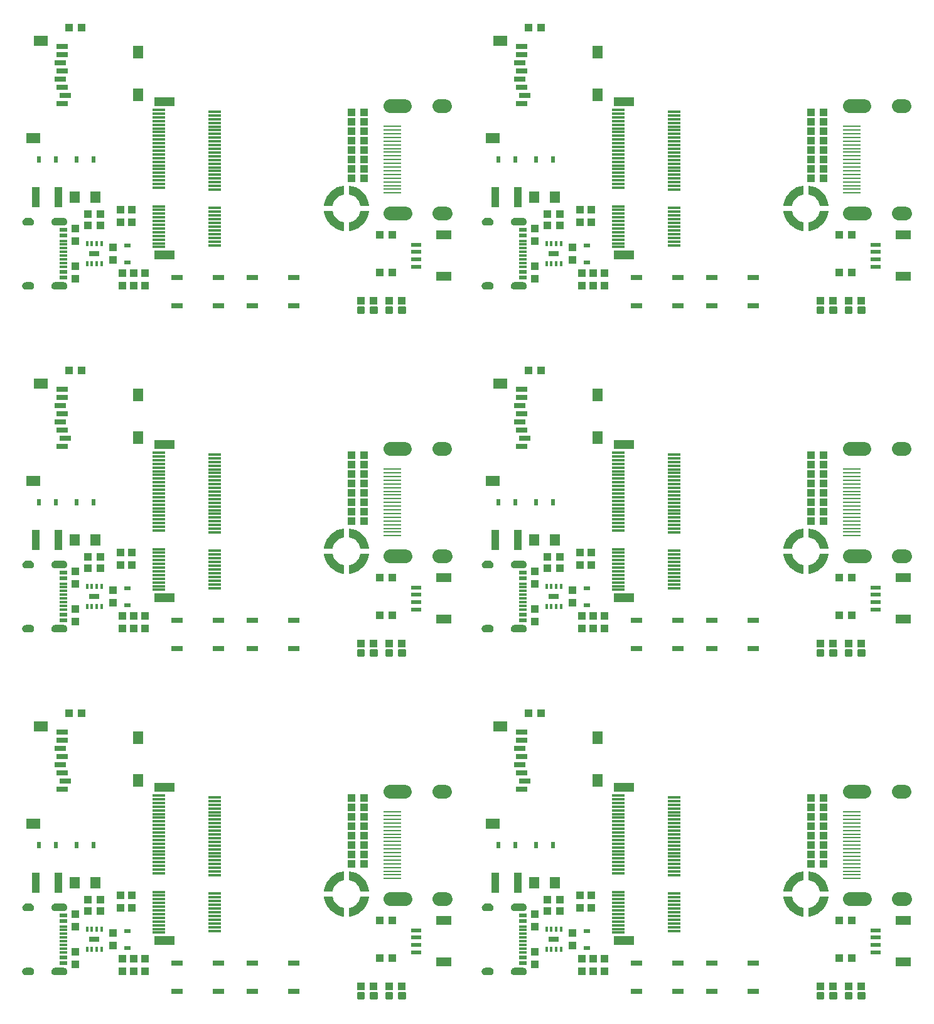
<source format=gtp>
G04 EAGLE Gerber RS-274X export*
G75*
%MOMM*%
%FSLAX34Y34*%
%LPD*%
%INSolderpaste Top*%
%IPPOS*%
%AMOC8*
5,1,8,0,0,1.08239X$1,22.5*%
G01*
%ADD10R,1.000000X0.300000*%
%ADD11R,1.000000X0.600000*%
%ADD12R,1.000000X1.100000*%
%ADD13R,1.375000X0.800000*%
%ADD14R,0.300000X0.650000*%
%ADD15R,1.100000X1.000000*%
%ADD16R,2.000000X1.200000*%
%ADD17R,1.350000X0.600000*%
%ADD18R,1.524000X0.762000*%
%ADD19R,1.000000X2.800000*%
%ADD20R,1.400000X1.600000*%
%ADD21R,1.400000X1.800000*%
%ADD22R,1.900000X1.400000*%
%ADD23R,1.500000X0.800000*%
%ADD24R,0.830000X0.630000*%
%ADD25C,0.300000*%
%ADD26R,2.750000X1.200000*%
%ADD27R,1.750000X0.300000*%
%ADD28R,2.400000X0.250000*%
%ADD29C,1.900000*%
%ADD30R,0.630000X0.830000*%

G36*
X438059Y1057071D02*
X438059Y1057071D01*
X438104Y1057072D01*
X438155Y1057094D01*
X438210Y1057107D01*
X438246Y1057133D01*
X438286Y1057151D01*
X438325Y1057192D01*
X438370Y1057225D01*
X438393Y1057263D01*
X438423Y1057295D01*
X438443Y1057348D01*
X438472Y1057396D01*
X438480Y1057447D01*
X438493Y1057481D01*
X438492Y1057515D01*
X438499Y1057560D01*
X438499Y1068560D01*
X438489Y1068613D01*
X438488Y1068666D01*
X438469Y1068709D01*
X438460Y1068755D01*
X438429Y1068799D01*
X438408Y1068848D01*
X438374Y1068880D01*
X438347Y1068919D01*
X438302Y1068948D01*
X438263Y1068984D01*
X438212Y1069005D01*
X438180Y1069026D01*
X438148Y1069031D01*
X438109Y1069047D01*
X435374Y1069658D01*
X432810Y1070686D01*
X430446Y1072113D01*
X428342Y1073902D01*
X426553Y1076006D01*
X425126Y1078370D01*
X424098Y1080934D01*
X423487Y1083669D01*
X423465Y1083718D01*
X423453Y1083770D01*
X423425Y1083808D01*
X423406Y1083850D01*
X423367Y1083887D01*
X423335Y1083930D01*
X423295Y1083954D01*
X423261Y1083986D01*
X423210Y1084004D01*
X423164Y1084032D01*
X423110Y1084041D01*
X423074Y1084054D01*
X423042Y1084052D01*
X423000Y1084059D01*
X412000Y1084059D01*
X411945Y1084048D01*
X411889Y1084047D01*
X411848Y1084028D01*
X411805Y1084020D01*
X411759Y1083988D01*
X411708Y1083965D01*
X411678Y1083932D01*
X411641Y1083907D01*
X411611Y1083860D01*
X411573Y1083818D01*
X411558Y1083777D01*
X411534Y1083740D01*
X411525Y1083684D01*
X411506Y1083631D01*
X411507Y1083579D01*
X411501Y1083543D01*
X411509Y1083511D01*
X411509Y1083506D01*
X411509Y1083504D01*
X411509Y1083503D01*
X411510Y1083465D01*
X412349Y1079144D01*
X412361Y1079115D01*
X412369Y1079073D01*
X413838Y1074923D01*
X413854Y1074896D01*
X413868Y1074856D01*
X415934Y1070969D01*
X415954Y1070945D01*
X415973Y1070907D01*
X418591Y1067368D01*
X418615Y1067347D01*
X418640Y1067312D01*
X421752Y1064200D01*
X421767Y1064190D01*
X421775Y1064179D01*
X421790Y1064170D01*
X421808Y1064151D01*
X425347Y1061533D01*
X425375Y1061520D01*
X425409Y1061494D01*
X429296Y1059428D01*
X429326Y1059419D01*
X429363Y1059398D01*
X433513Y1057929D01*
X433544Y1057924D01*
X433584Y1057909D01*
X437905Y1057070D01*
X437961Y1057070D01*
X438017Y1057061D01*
X438059Y1057071D01*
G37*
G36*
X1057819Y1057071D02*
X1057819Y1057071D01*
X1057864Y1057072D01*
X1057915Y1057094D01*
X1057970Y1057107D01*
X1058006Y1057133D01*
X1058046Y1057151D01*
X1058085Y1057192D01*
X1058130Y1057225D01*
X1058153Y1057263D01*
X1058183Y1057295D01*
X1058203Y1057348D01*
X1058232Y1057396D01*
X1058240Y1057447D01*
X1058253Y1057481D01*
X1058252Y1057515D01*
X1058259Y1057560D01*
X1058259Y1068560D01*
X1058249Y1068613D01*
X1058248Y1068666D01*
X1058229Y1068709D01*
X1058220Y1068755D01*
X1058189Y1068799D01*
X1058168Y1068848D01*
X1058134Y1068880D01*
X1058107Y1068919D01*
X1058062Y1068948D01*
X1058023Y1068984D01*
X1057972Y1069005D01*
X1057940Y1069026D01*
X1057908Y1069031D01*
X1057869Y1069047D01*
X1055134Y1069658D01*
X1052570Y1070686D01*
X1050206Y1072113D01*
X1048102Y1073902D01*
X1046313Y1076006D01*
X1044886Y1078370D01*
X1043858Y1080934D01*
X1043247Y1083669D01*
X1043225Y1083718D01*
X1043213Y1083770D01*
X1043185Y1083808D01*
X1043166Y1083850D01*
X1043127Y1083887D01*
X1043095Y1083930D01*
X1043055Y1083954D01*
X1043021Y1083986D01*
X1042970Y1084004D01*
X1042924Y1084032D01*
X1042870Y1084041D01*
X1042834Y1084054D01*
X1042802Y1084052D01*
X1042760Y1084059D01*
X1031760Y1084059D01*
X1031705Y1084048D01*
X1031649Y1084047D01*
X1031608Y1084028D01*
X1031565Y1084020D01*
X1031519Y1083988D01*
X1031468Y1083965D01*
X1031438Y1083932D01*
X1031401Y1083907D01*
X1031371Y1083860D01*
X1031333Y1083818D01*
X1031318Y1083777D01*
X1031294Y1083740D01*
X1031285Y1083684D01*
X1031266Y1083631D01*
X1031267Y1083579D01*
X1031261Y1083543D01*
X1031269Y1083511D01*
X1031269Y1083506D01*
X1031269Y1083504D01*
X1031269Y1083503D01*
X1031270Y1083465D01*
X1032109Y1079144D01*
X1032121Y1079115D01*
X1032129Y1079073D01*
X1033598Y1074923D01*
X1033614Y1074896D01*
X1033628Y1074856D01*
X1035694Y1070969D01*
X1035714Y1070945D01*
X1035733Y1070907D01*
X1038351Y1067368D01*
X1038375Y1067347D01*
X1038400Y1067312D01*
X1041512Y1064200D01*
X1041527Y1064190D01*
X1041535Y1064179D01*
X1041550Y1064170D01*
X1041568Y1064151D01*
X1045107Y1061533D01*
X1045135Y1061520D01*
X1045169Y1061494D01*
X1049056Y1059428D01*
X1049086Y1059419D01*
X1049123Y1059398D01*
X1053273Y1057929D01*
X1053304Y1057924D01*
X1053344Y1057909D01*
X1057665Y1057070D01*
X1057721Y1057070D01*
X1057777Y1057061D01*
X1057819Y1057071D01*
G37*
G36*
X1057819Y132511D02*
X1057819Y132511D01*
X1057864Y132512D01*
X1057915Y132534D01*
X1057970Y132547D01*
X1058006Y132573D01*
X1058046Y132591D01*
X1058085Y132632D01*
X1058130Y132665D01*
X1058153Y132703D01*
X1058183Y132735D01*
X1058203Y132788D01*
X1058232Y132836D01*
X1058240Y132887D01*
X1058253Y132921D01*
X1058252Y132955D01*
X1058259Y133000D01*
X1058259Y144000D01*
X1058249Y144053D01*
X1058248Y144106D01*
X1058229Y144149D01*
X1058220Y144195D01*
X1058189Y144239D01*
X1058168Y144288D01*
X1058134Y144320D01*
X1058107Y144359D01*
X1058062Y144388D01*
X1058023Y144424D01*
X1057972Y144445D01*
X1057940Y144466D01*
X1057908Y144471D01*
X1057869Y144487D01*
X1055134Y145098D01*
X1052570Y146126D01*
X1050206Y147553D01*
X1048102Y149342D01*
X1046313Y151446D01*
X1044886Y153810D01*
X1043858Y156374D01*
X1043247Y159109D01*
X1043225Y159158D01*
X1043213Y159210D01*
X1043185Y159248D01*
X1043166Y159290D01*
X1043127Y159327D01*
X1043095Y159370D01*
X1043055Y159394D01*
X1043021Y159426D01*
X1042970Y159444D01*
X1042924Y159472D01*
X1042870Y159481D01*
X1042834Y159494D01*
X1042802Y159492D01*
X1042760Y159499D01*
X1031760Y159499D01*
X1031705Y159488D01*
X1031649Y159487D01*
X1031608Y159468D01*
X1031565Y159460D01*
X1031519Y159428D01*
X1031468Y159405D01*
X1031438Y159372D01*
X1031401Y159347D01*
X1031371Y159300D01*
X1031333Y159258D01*
X1031318Y159217D01*
X1031294Y159180D01*
X1031285Y159124D01*
X1031266Y159071D01*
X1031267Y159019D01*
X1031261Y158983D01*
X1031269Y158951D01*
X1031269Y158946D01*
X1031269Y158944D01*
X1031269Y158943D01*
X1031270Y158905D01*
X1032109Y154584D01*
X1032121Y154555D01*
X1032129Y154513D01*
X1033598Y150363D01*
X1033614Y150336D01*
X1033628Y150296D01*
X1035694Y146409D01*
X1035714Y146385D01*
X1035733Y146347D01*
X1038351Y142808D01*
X1038375Y142787D01*
X1038400Y142752D01*
X1041512Y139640D01*
X1041527Y139630D01*
X1041535Y139619D01*
X1041550Y139610D01*
X1041568Y139591D01*
X1045107Y136973D01*
X1045135Y136960D01*
X1045169Y136934D01*
X1049056Y134868D01*
X1049086Y134859D01*
X1049123Y134838D01*
X1053273Y133369D01*
X1053304Y133364D01*
X1053344Y133349D01*
X1057665Y132510D01*
X1057721Y132510D01*
X1057777Y132501D01*
X1057819Y132511D01*
G37*
G36*
X438059Y132511D02*
X438059Y132511D01*
X438104Y132512D01*
X438155Y132534D01*
X438210Y132547D01*
X438246Y132573D01*
X438286Y132591D01*
X438325Y132632D01*
X438370Y132665D01*
X438393Y132703D01*
X438423Y132735D01*
X438443Y132788D01*
X438472Y132836D01*
X438480Y132887D01*
X438493Y132921D01*
X438492Y132955D01*
X438499Y133000D01*
X438499Y144000D01*
X438489Y144053D01*
X438488Y144106D01*
X438469Y144149D01*
X438460Y144195D01*
X438429Y144239D01*
X438408Y144288D01*
X438374Y144320D01*
X438347Y144359D01*
X438302Y144388D01*
X438263Y144424D01*
X438212Y144445D01*
X438180Y144466D01*
X438148Y144471D01*
X438109Y144487D01*
X435374Y145098D01*
X432810Y146126D01*
X430446Y147553D01*
X428342Y149342D01*
X426553Y151446D01*
X425126Y153810D01*
X424098Y156374D01*
X423487Y159109D01*
X423465Y159158D01*
X423453Y159210D01*
X423425Y159248D01*
X423406Y159290D01*
X423367Y159327D01*
X423335Y159370D01*
X423295Y159394D01*
X423261Y159426D01*
X423210Y159444D01*
X423164Y159472D01*
X423110Y159481D01*
X423074Y159494D01*
X423042Y159492D01*
X423000Y159499D01*
X412000Y159499D01*
X411945Y159488D01*
X411889Y159487D01*
X411848Y159468D01*
X411805Y159460D01*
X411759Y159428D01*
X411708Y159405D01*
X411678Y159372D01*
X411641Y159347D01*
X411611Y159300D01*
X411573Y159258D01*
X411558Y159217D01*
X411534Y159180D01*
X411525Y159124D01*
X411506Y159071D01*
X411507Y159019D01*
X411501Y158983D01*
X411509Y158951D01*
X411509Y158946D01*
X411509Y158944D01*
X411509Y158943D01*
X411510Y158905D01*
X412349Y154584D01*
X412361Y154555D01*
X412369Y154513D01*
X413838Y150363D01*
X413854Y150336D01*
X413868Y150296D01*
X415934Y146409D01*
X415954Y146385D01*
X415973Y146347D01*
X418591Y142808D01*
X418615Y142787D01*
X418640Y142752D01*
X421752Y139640D01*
X421767Y139630D01*
X421775Y139619D01*
X421790Y139610D01*
X421808Y139591D01*
X425347Y136973D01*
X425375Y136960D01*
X425409Y136934D01*
X429296Y134868D01*
X429326Y134859D01*
X429363Y134838D01*
X433513Y133369D01*
X433544Y133364D01*
X433584Y133349D01*
X437905Y132510D01*
X437961Y132510D01*
X438017Y132501D01*
X438059Y132511D01*
G37*
G36*
X1057819Y594791D02*
X1057819Y594791D01*
X1057864Y594792D01*
X1057915Y594814D01*
X1057970Y594827D01*
X1058006Y594853D01*
X1058046Y594871D01*
X1058085Y594912D01*
X1058130Y594945D01*
X1058153Y594983D01*
X1058183Y595015D01*
X1058203Y595068D01*
X1058232Y595116D01*
X1058240Y595167D01*
X1058253Y595201D01*
X1058252Y595235D01*
X1058259Y595280D01*
X1058259Y606280D01*
X1058249Y606333D01*
X1058248Y606386D01*
X1058229Y606429D01*
X1058220Y606475D01*
X1058189Y606519D01*
X1058168Y606568D01*
X1058134Y606600D01*
X1058107Y606639D01*
X1058062Y606668D01*
X1058023Y606704D01*
X1057972Y606725D01*
X1057940Y606746D01*
X1057908Y606751D01*
X1057869Y606767D01*
X1055134Y607378D01*
X1052570Y608406D01*
X1050206Y609833D01*
X1048102Y611622D01*
X1046313Y613726D01*
X1044886Y616090D01*
X1043858Y618654D01*
X1043247Y621389D01*
X1043225Y621438D01*
X1043213Y621490D01*
X1043185Y621528D01*
X1043166Y621570D01*
X1043127Y621607D01*
X1043095Y621650D01*
X1043055Y621674D01*
X1043021Y621706D01*
X1042970Y621724D01*
X1042924Y621752D01*
X1042870Y621761D01*
X1042834Y621774D01*
X1042802Y621772D01*
X1042760Y621779D01*
X1031760Y621779D01*
X1031705Y621768D01*
X1031649Y621767D01*
X1031608Y621748D01*
X1031565Y621740D01*
X1031519Y621708D01*
X1031468Y621685D01*
X1031438Y621652D01*
X1031401Y621627D01*
X1031371Y621580D01*
X1031333Y621538D01*
X1031318Y621497D01*
X1031294Y621460D01*
X1031285Y621404D01*
X1031266Y621351D01*
X1031267Y621299D01*
X1031261Y621263D01*
X1031269Y621231D01*
X1031269Y621226D01*
X1031269Y621224D01*
X1031269Y621223D01*
X1031270Y621185D01*
X1032109Y616864D01*
X1032121Y616835D01*
X1032129Y616793D01*
X1033598Y612643D01*
X1033614Y612616D01*
X1033628Y612576D01*
X1035694Y608689D01*
X1035714Y608665D01*
X1035733Y608627D01*
X1038351Y605088D01*
X1038375Y605067D01*
X1038400Y605032D01*
X1041512Y601920D01*
X1041527Y601910D01*
X1041535Y601899D01*
X1041550Y601890D01*
X1041568Y601871D01*
X1045107Y599253D01*
X1045135Y599240D01*
X1045169Y599214D01*
X1049056Y597148D01*
X1049086Y597139D01*
X1049123Y597118D01*
X1053273Y595649D01*
X1053304Y595644D01*
X1053344Y595629D01*
X1057665Y594790D01*
X1057721Y594790D01*
X1057777Y594781D01*
X1057819Y594791D01*
G37*
G36*
X438059Y594791D02*
X438059Y594791D01*
X438104Y594792D01*
X438155Y594814D01*
X438210Y594827D01*
X438246Y594853D01*
X438286Y594871D01*
X438325Y594912D01*
X438370Y594945D01*
X438393Y594983D01*
X438423Y595015D01*
X438443Y595068D01*
X438472Y595116D01*
X438480Y595167D01*
X438493Y595201D01*
X438492Y595235D01*
X438499Y595280D01*
X438499Y606280D01*
X438489Y606333D01*
X438488Y606386D01*
X438469Y606429D01*
X438460Y606475D01*
X438429Y606519D01*
X438408Y606568D01*
X438374Y606600D01*
X438347Y606639D01*
X438302Y606668D01*
X438263Y606704D01*
X438212Y606725D01*
X438180Y606746D01*
X438148Y606751D01*
X438109Y606767D01*
X435374Y607378D01*
X432810Y608406D01*
X430446Y609833D01*
X428342Y611622D01*
X426553Y613726D01*
X425126Y616090D01*
X424098Y618654D01*
X423487Y621389D01*
X423465Y621438D01*
X423453Y621490D01*
X423425Y621528D01*
X423406Y621570D01*
X423367Y621607D01*
X423335Y621650D01*
X423295Y621674D01*
X423261Y621706D01*
X423210Y621724D01*
X423164Y621752D01*
X423110Y621761D01*
X423074Y621774D01*
X423042Y621772D01*
X423000Y621779D01*
X412000Y621779D01*
X411945Y621768D01*
X411889Y621767D01*
X411848Y621748D01*
X411805Y621740D01*
X411759Y621708D01*
X411708Y621685D01*
X411678Y621652D01*
X411641Y621627D01*
X411611Y621580D01*
X411573Y621538D01*
X411558Y621497D01*
X411534Y621460D01*
X411525Y621404D01*
X411506Y621351D01*
X411507Y621299D01*
X411501Y621263D01*
X411509Y621231D01*
X411509Y621226D01*
X411509Y621224D01*
X411509Y621223D01*
X411510Y621185D01*
X412349Y616864D01*
X412361Y616835D01*
X412369Y616793D01*
X413838Y612643D01*
X413854Y612616D01*
X413868Y612576D01*
X415934Y608689D01*
X415954Y608665D01*
X415973Y608627D01*
X418591Y605088D01*
X418615Y605067D01*
X418640Y605032D01*
X421752Y601920D01*
X421767Y601910D01*
X421775Y601899D01*
X421790Y601890D01*
X421808Y601871D01*
X425347Y599253D01*
X425375Y599240D01*
X425409Y599214D01*
X429296Y597148D01*
X429326Y597139D01*
X429363Y597118D01*
X433513Y595649D01*
X433544Y595644D01*
X433584Y595629D01*
X437905Y594790D01*
X437961Y594790D01*
X438017Y594781D01*
X438059Y594791D01*
G37*
G36*
X1042813Y1091071D02*
X1042813Y1091071D01*
X1042866Y1091072D01*
X1042909Y1091091D01*
X1042955Y1091100D01*
X1042999Y1091131D01*
X1043048Y1091152D01*
X1043080Y1091186D01*
X1043119Y1091213D01*
X1043148Y1091258D01*
X1043184Y1091297D01*
X1043205Y1091348D01*
X1043226Y1091380D01*
X1043231Y1091412D01*
X1043247Y1091451D01*
X1043858Y1094186D01*
X1044886Y1096750D01*
X1046313Y1099114D01*
X1048102Y1101218D01*
X1050206Y1103007D01*
X1052570Y1104434D01*
X1055134Y1105462D01*
X1057869Y1106073D01*
X1057918Y1106095D01*
X1057970Y1106107D01*
X1058008Y1106135D01*
X1058050Y1106154D01*
X1058087Y1106193D01*
X1058130Y1106225D01*
X1058154Y1106265D01*
X1058186Y1106299D01*
X1058204Y1106350D01*
X1058232Y1106396D01*
X1058241Y1106450D01*
X1058254Y1106486D01*
X1058252Y1106518D01*
X1058259Y1106560D01*
X1058259Y1117560D01*
X1058248Y1117615D01*
X1058247Y1117671D01*
X1058228Y1117712D01*
X1058220Y1117755D01*
X1058188Y1117801D01*
X1058165Y1117853D01*
X1058132Y1117882D01*
X1058107Y1117919D01*
X1058060Y1117949D01*
X1058018Y1117987D01*
X1057977Y1118002D01*
X1057940Y1118026D01*
X1057884Y1118035D01*
X1057831Y1118054D01*
X1057779Y1118053D01*
X1057743Y1118059D01*
X1057711Y1118051D01*
X1057665Y1118050D01*
X1053344Y1117211D01*
X1053315Y1117199D01*
X1053273Y1117191D01*
X1049123Y1115722D01*
X1049096Y1115706D01*
X1049056Y1115692D01*
X1045169Y1113626D01*
X1045145Y1113606D01*
X1045107Y1113587D01*
X1041568Y1110969D01*
X1041547Y1110945D01*
X1041512Y1110920D01*
X1038400Y1107808D01*
X1038382Y1107782D01*
X1038351Y1107752D01*
X1035733Y1104214D01*
X1035720Y1104185D01*
X1035694Y1104151D01*
X1033628Y1100264D01*
X1033621Y1100241D01*
X1033612Y1100227D01*
X1033611Y1100219D01*
X1033598Y1100197D01*
X1032129Y1096047D01*
X1032124Y1096016D01*
X1032109Y1095976D01*
X1031270Y1091655D01*
X1031270Y1091599D01*
X1031261Y1091543D01*
X1031271Y1091501D01*
X1031272Y1091456D01*
X1031294Y1091405D01*
X1031307Y1091350D01*
X1031333Y1091315D01*
X1031351Y1091274D01*
X1031392Y1091235D01*
X1031425Y1091190D01*
X1031463Y1091167D01*
X1031495Y1091137D01*
X1031548Y1091117D01*
X1031596Y1091088D01*
X1031647Y1091080D01*
X1031681Y1091067D01*
X1031715Y1091068D01*
X1031760Y1091061D01*
X1042760Y1091061D01*
X1042813Y1091071D01*
G37*
G36*
X423053Y1091071D02*
X423053Y1091071D01*
X423106Y1091072D01*
X423149Y1091091D01*
X423195Y1091100D01*
X423239Y1091131D01*
X423288Y1091152D01*
X423320Y1091186D01*
X423359Y1091213D01*
X423388Y1091258D01*
X423424Y1091297D01*
X423445Y1091348D01*
X423466Y1091380D01*
X423471Y1091412D01*
X423487Y1091451D01*
X424098Y1094186D01*
X425126Y1096750D01*
X426553Y1099114D01*
X428342Y1101218D01*
X430446Y1103007D01*
X432810Y1104434D01*
X435374Y1105462D01*
X438109Y1106073D01*
X438158Y1106095D01*
X438210Y1106107D01*
X438248Y1106135D01*
X438290Y1106154D01*
X438327Y1106193D01*
X438370Y1106225D01*
X438394Y1106265D01*
X438426Y1106299D01*
X438444Y1106350D01*
X438472Y1106396D01*
X438481Y1106450D01*
X438494Y1106486D01*
X438492Y1106518D01*
X438499Y1106560D01*
X438499Y1117560D01*
X438488Y1117615D01*
X438487Y1117671D01*
X438468Y1117712D01*
X438460Y1117755D01*
X438428Y1117801D01*
X438405Y1117853D01*
X438372Y1117882D01*
X438347Y1117919D01*
X438300Y1117949D01*
X438258Y1117987D01*
X438217Y1118002D01*
X438180Y1118026D01*
X438124Y1118035D01*
X438071Y1118054D01*
X438019Y1118053D01*
X437983Y1118059D01*
X437951Y1118051D01*
X437905Y1118050D01*
X433584Y1117211D01*
X433555Y1117199D01*
X433513Y1117191D01*
X429363Y1115722D01*
X429336Y1115706D01*
X429296Y1115692D01*
X425409Y1113626D01*
X425385Y1113606D01*
X425347Y1113587D01*
X421808Y1110969D01*
X421787Y1110945D01*
X421752Y1110920D01*
X418640Y1107808D01*
X418622Y1107782D01*
X418591Y1107752D01*
X415973Y1104214D01*
X415960Y1104185D01*
X415934Y1104151D01*
X413868Y1100264D01*
X413861Y1100241D01*
X413852Y1100227D01*
X413851Y1100219D01*
X413838Y1100197D01*
X412369Y1096047D01*
X412364Y1096016D01*
X412349Y1095976D01*
X411510Y1091655D01*
X411510Y1091599D01*
X411501Y1091543D01*
X411511Y1091501D01*
X411512Y1091456D01*
X411534Y1091405D01*
X411547Y1091350D01*
X411573Y1091315D01*
X411591Y1091274D01*
X411632Y1091235D01*
X411665Y1091190D01*
X411703Y1091167D01*
X411735Y1091137D01*
X411788Y1091117D01*
X411836Y1091088D01*
X411887Y1091080D01*
X411921Y1091067D01*
X411955Y1091068D01*
X412000Y1091061D01*
X423000Y1091061D01*
X423053Y1091071D01*
G37*
G36*
X423053Y166511D02*
X423053Y166511D01*
X423106Y166512D01*
X423149Y166531D01*
X423195Y166540D01*
X423239Y166571D01*
X423288Y166592D01*
X423320Y166626D01*
X423359Y166653D01*
X423388Y166698D01*
X423424Y166737D01*
X423445Y166788D01*
X423466Y166820D01*
X423471Y166852D01*
X423487Y166891D01*
X424098Y169626D01*
X425126Y172190D01*
X426553Y174554D01*
X428342Y176658D01*
X430446Y178447D01*
X432810Y179874D01*
X435374Y180902D01*
X438109Y181513D01*
X438158Y181535D01*
X438210Y181547D01*
X438248Y181575D01*
X438290Y181594D01*
X438327Y181633D01*
X438370Y181665D01*
X438394Y181705D01*
X438426Y181739D01*
X438444Y181790D01*
X438472Y181836D01*
X438481Y181890D01*
X438494Y181926D01*
X438492Y181958D01*
X438499Y182000D01*
X438499Y193000D01*
X438488Y193055D01*
X438487Y193111D01*
X438468Y193152D01*
X438460Y193195D01*
X438428Y193241D01*
X438405Y193293D01*
X438372Y193322D01*
X438347Y193359D01*
X438300Y193389D01*
X438258Y193427D01*
X438217Y193442D01*
X438180Y193466D01*
X438124Y193475D01*
X438071Y193494D01*
X438019Y193493D01*
X437983Y193499D01*
X437951Y193491D01*
X437905Y193490D01*
X433584Y192651D01*
X433555Y192639D01*
X433513Y192631D01*
X429363Y191162D01*
X429336Y191146D01*
X429296Y191132D01*
X425409Y189066D01*
X425385Y189046D01*
X425347Y189027D01*
X421808Y186409D01*
X421787Y186385D01*
X421752Y186360D01*
X418640Y183248D01*
X418622Y183222D01*
X418591Y183192D01*
X415973Y179654D01*
X415960Y179625D01*
X415934Y179591D01*
X413868Y175704D01*
X413861Y175681D01*
X413852Y175667D01*
X413851Y175659D01*
X413838Y175637D01*
X412369Y171487D01*
X412364Y171456D01*
X412349Y171416D01*
X411510Y167095D01*
X411510Y167039D01*
X411501Y166983D01*
X411511Y166941D01*
X411512Y166896D01*
X411534Y166845D01*
X411547Y166790D01*
X411573Y166755D01*
X411591Y166714D01*
X411632Y166675D01*
X411665Y166630D01*
X411703Y166607D01*
X411735Y166577D01*
X411788Y166557D01*
X411836Y166528D01*
X411887Y166520D01*
X411921Y166507D01*
X411955Y166508D01*
X412000Y166501D01*
X423000Y166501D01*
X423053Y166511D01*
G37*
G36*
X1042813Y166511D02*
X1042813Y166511D01*
X1042866Y166512D01*
X1042909Y166531D01*
X1042955Y166540D01*
X1042999Y166571D01*
X1043048Y166592D01*
X1043080Y166626D01*
X1043119Y166653D01*
X1043148Y166698D01*
X1043184Y166737D01*
X1043205Y166788D01*
X1043226Y166820D01*
X1043231Y166852D01*
X1043247Y166891D01*
X1043858Y169626D01*
X1044886Y172190D01*
X1046313Y174554D01*
X1048102Y176658D01*
X1050206Y178447D01*
X1052570Y179874D01*
X1055134Y180902D01*
X1057869Y181513D01*
X1057918Y181535D01*
X1057970Y181547D01*
X1058008Y181575D01*
X1058050Y181594D01*
X1058087Y181633D01*
X1058130Y181665D01*
X1058154Y181705D01*
X1058186Y181739D01*
X1058204Y181790D01*
X1058232Y181836D01*
X1058241Y181890D01*
X1058254Y181926D01*
X1058252Y181958D01*
X1058259Y182000D01*
X1058259Y193000D01*
X1058248Y193055D01*
X1058247Y193111D01*
X1058228Y193152D01*
X1058220Y193195D01*
X1058188Y193241D01*
X1058165Y193293D01*
X1058132Y193322D01*
X1058107Y193359D01*
X1058060Y193389D01*
X1058018Y193427D01*
X1057977Y193442D01*
X1057940Y193466D01*
X1057884Y193475D01*
X1057831Y193494D01*
X1057779Y193493D01*
X1057743Y193499D01*
X1057711Y193491D01*
X1057665Y193490D01*
X1053344Y192651D01*
X1053315Y192639D01*
X1053273Y192631D01*
X1049123Y191162D01*
X1049096Y191146D01*
X1049056Y191132D01*
X1045169Y189066D01*
X1045145Y189046D01*
X1045107Y189027D01*
X1041568Y186409D01*
X1041547Y186385D01*
X1041512Y186360D01*
X1038400Y183248D01*
X1038382Y183222D01*
X1038351Y183192D01*
X1035733Y179654D01*
X1035720Y179625D01*
X1035694Y179591D01*
X1033628Y175704D01*
X1033621Y175681D01*
X1033612Y175667D01*
X1033611Y175659D01*
X1033598Y175637D01*
X1032129Y171487D01*
X1032124Y171456D01*
X1032109Y171416D01*
X1031270Y167095D01*
X1031270Y167039D01*
X1031261Y166983D01*
X1031271Y166941D01*
X1031272Y166896D01*
X1031294Y166845D01*
X1031307Y166790D01*
X1031333Y166755D01*
X1031351Y166714D01*
X1031392Y166675D01*
X1031425Y166630D01*
X1031463Y166607D01*
X1031495Y166577D01*
X1031548Y166557D01*
X1031596Y166528D01*
X1031647Y166520D01*
X1031681Y166507D01*
X1031715Y166508D01*
X1031760Y166501D01*
X1042760Y166501D01*
X1042813Y166511D01*
G37*
G36*
X423053Y628791D02*
X423053Y628791D01*
X423106Y628792D01*
X423149Y628811D01*
X423195Y628820D01*
X423239Y628851D01*
X423288Y628872D01*
X423320Y628906D01*
X423359Y628933D01*
X423388Y628978D01*
X423424Y629017D01*
X423445Y629068D01*
X423466Y629100D01*
X423471Y629132D01*
X423487Y629171D01*
X424098Y631906D01*
X425126Y634470D01*
X426553Y636834D01*
X428342Y638938D01*
X430446Y640727D01*
X432810Y642154D01*
X435374Y643182D01*
X438109Y643793D01*
X438158Y643815D01*
X438210Y643827D01*
X438248Y643855D01*
X438290Y643874D01*
X438327Y643913D01*
X438370Y643945D01*
X438394Y643985D01*
X438426Y644019D01*
X438444Y644070D01*
X438472Y644116D01*
X438481Y644170D01*
X438494Y644206D01*
X438492Y644238D01*
X438499Y644280D01*
X438499Y655280D01*
X438488Y655335D01*
X438487Y655391D01*
X438468Y655432D01*
X438460Y655475D01*
X438428Y655521D01*
X438405Y655573D01*
X438372Y655602D01*
X438347Y655639D01*
X438300Y655669D01*
X438258Y655707D01*
X438217Y655722D01*
X438180Y655746D01*
X438124Y655755D01*
X438071Y655774D01*
X438019Y655773D01*
X437983Y655779D01*
X437951Y655771D01*
X437905Y655770D01*
X433584Y654931D01*
X433555Y654919D01*
X433513Y654911D01*
X429363Y653442D01*
X429336Y653426D01*
X429296Y653412D01*
X425409Y651346D01*
X425385Y651326D01*
X425347Y651307D01*
X421808Y648689D01*
X421787Y648665D01*
X421752Y648640D01*
X418640Y645528D01*
X418622Y645502D01*
X418591Y645472D01*
X415973Y641934D01*
X415960Y641905D01*
X415934Y641871D01*
X413868Y637984D01*
X413861Y637961D01*
X413852Y637947D01*
X413851Y637939D01*
X413838Y637917D01*
X412369Y633767D01*
X412364Y633736D01*
X412349Y633696D01*
X411510Y629375D01*
X411510Y629319D01*
X411501Y629263D01*
X411511Y629221D01*
X411512Y629176D01*
X411534Y629125D01*
X411547Y629070D01*
X411573Y629035D01*
X411591Y628994D01*
X411632Y628955D01*
X411665Y628910D01*
X411703Y628887D01*
X411735Y628857D01*
X411788Y628837D01*
X411836Y628808D01*
X411887Y628800D01*
X411921Y628787D01*
X411955Y628788D01*
X412000Y628781D01*
X423000Y628781D01*
X423053Y628791D01*
G37*
G36*
X1042813Y628791D02*
X1042813Y628791D01*
X1042866Y628792D01*
X1042909Y628811D01*
X1042955Y628820D01*
X1042999Y628851D01*
X1043048Y628872D01*
X1043080Y628906D01*
X1043119Y628933D01*
X1043148Y628978D01*
X1043184Y629017D01*
X1043205Y629068D01*
X1043226Y629100D01*
X1043231Y629132D01*
X1043247Y629171D01*
X1043858Y631906D01*
X1044886Y634470D01*
X1046313Y636834D01*
X1048102Y638938D01*
X1050206Y640727D01*
X1052570Y642154D01*
X1055134Y643182D01*
X1057869Y643793D01*
X1057918Y643815D01*
X1057970Y643827D01*
X1058008Y643855D01*
X1058050Y643874D01*
X1058087Y643913D01*
X1058130Y643945D01*
X1058154Y643985D01*
X1058186Y644019D01*
X1058204Y644070D01*
X1058232Y644116D01*
X1058241Y644170D01*
X1058254Y644206D01*
X1058252Y644238D01*
X1058259Y644280D01*
X1058259Y655280D01*
X1058248Y655335D01*
X1058247Y655391D01*
X1058228Y655432D01*
X1058220Y655475D01*
X1058188Y655521D01*
X1058165Y655573D01*
X1058132Y655602D01*
X1058107Y655639D01*
X1058060Y655669D01*
X1058018Y655707D01*
X1057977Y655722D01*
X1057940Y655746D01*
X1057884Y655755D01*
X1057831Y655774D01*
X1057779Y655773D01*
X1057743Y655779D01*
X1057711Y655771D01*
X1057665Y655770D01*
X1053344Y654931D01*
X1053315Y654919D01*
X1053273Y654911D01*
X1049123Y653442D01*
X1049096Y653426D01*
X1049056Y653412D01*
X1045169Y651346D01*
X1045145Y651326D01*
X1045107Y651307D01*
X1041568Y648689D01*
X1041547Y648665D01*
X1041512Y648640D01*
X1038400Y645528D01*
X1038382Y645502D01*
X1038351Y645472D01*
X1035733Y641934D01*
X1035720Y641905D01*
X1035694Y641871D01*
X1033628Y637984D01*
X1033621Y637961D01*
X1033612Y637947D01*
X1033611Y637939D01*
X1033598Y637917D01*
X1032129Y633767D01*
X1032124Y633736D01*
X1032109Y633696D01*
X1031270Y629375D01*
X1031270Y629319D01*
X1031261Y629263D01*
X1031271Y629221D01*
X1031272Y629176D01*
X1031294Y629125D01*
X1031307Y629070D01*
X1031333Y629035D01*
X1031351Y628994D01*
X1031392Y628955D01*
X1031425Y628910D01*
X1031463Y628887D01*
X1031495Y628857D01*
X1031548Y628837D01*
X1031596Y628808D01*
X1031647Y628800D01*
X1031681Y628787D01*
X1031715Y628788D01*
X1031760Y628781D01*
X1042760Y628781D01*
X1042813Y628791D01*
G37*
G36*
X1091815Y1091072D02*
X1091815Y1091072D01*
X1091871Y1091073D01*
X1091912Y1091092D01*
X1091955Y1091100D01*
X1092001Y1091132D01*
X1092053Y1091155D01*
X1092082Y1091188D01*
X1092119Y1091213D01*
X1092149Y1091260D01*
X1092187Y1091302D01*
X1092202Y1091343D01*
X1092226Y1091380D01*
X1092235Y1091436D01*
X1092254Y1091489D01*
X1092253Y1091541D01*
X1092259Y1091577D01*
X1092251Y1091609D01*
X1092250Y1091655D01*
X1091411Y1095976D01*
X1091399Y1096005D01*
X1091391Y1096047D01*
X1089922Y1100197D01*
X1089906Y1100224D01*
X1089897Y1100251D01*
X1089895Y1100257D01*
X1089894Y1100259D01*
X1089892Y1100264D01*
X1087826Y1104151D01*
X1087806Y1104175D01*
X1087787Y1104214D01*
X1085169Y1107752D01*
X1085145Y1107773D01*
X1085120Y1107808D01*
X1082008Y1110920D01*
X1081982Y1110938D01*
X1081952Y1110969D01*
X1078414Y1113587D01*
X1078385Y1113600D01*
X1078351Y1113626D01*
X1074464Y1115692D01*
X1074434Y1115701D01*
X1074397Y1115722D01*
X1070247Y1117191D01*
X1070216Y1117196D01*
X1070176Y1117211D01*
X1065855Y1118050D01*
X1065799Y1118050D01*
X1065743Y1118059D01*
X1065701Y1118049D01*
X1065656Y1118048D01*
X1065605Y1118026D01*
X1065550Y1118013D01*
X1065515Y1117987D01*
X1065474Y1117969D01*
X1065435Y1117928D01*
X1065390Y1117895D01*
X1065367Y1117857D01*
X1065337Y1117825D01*
X1065317Y1117772D01*
X1065288Y1117724D01*
X1065280Y1117673D01*
X1065267Y1117639D01*
X1065268Y1117605D01*
X1065261Y1117560D01*
X1065261Y1106560D01*
X1065271Y1106507D01*
X1065272Y1106454D01*
X1065291Y1106411D01*
X1065300Y1106365D01*
X1065331Y1106321D01*
X1065352Y1106272D01*
X1065386Y1106240D01*
X1065413Y1106201D01*
X1065458Y1106172D01*
X1065497Y1106136D01*
X1065548Y1106115D01*
X1065580Y1106094D01*
X1065612Y1106089D01*
X1065651Y1106073D01*
X1068386Y1105462D01*
X1070950Y1104434D01*
X1073314Y1103007D01*
X1075418Y1101218D01*
X1077207Y1099114D01*
X1078634Y1096750D01*
X1079662Y1094186D01*
X1080273Y1091451D01*
X1080295Y1091402D01*
X1080307Y1091350D01*
X1080335Y1091312D01*
X1080354Y1091270D01*
X1080393Y1091233D01*
X1080425Y1091190D01*
X1080465Y1091166D01*
X1080499Y1091134D01*
X1080550Y1091116D01*
X1080596Y1091088D01*
X1080650Y1091079D01*
X1080686Y1091066D01*
X1080718Y1091068D01*
X1080760Y1091061D01*
X1091760Y1091061D01*
X1091815Y1091072D01*
G37*
G36*
X472055Y1091072D02*
X472055Y1091072D01*
X472111Y1091073D01*
X472152Y1091092D01*
X472195Y1091100D01*
X472241Y1091132D01*
X472293Y1091155D01*
X472322Y1091188D01*
X472359Y1091213D01*
X472389Y1091260D01*
X472427Y1091302D01*
X472442Y1091343D01*
X472466Y1091380D01*
X472475Y1091436D01*
X472494Y1091489D01*
X472493Y1091541D01*
X472499Y1091577D01*
X472491Y1091609D01*
X472490Y1091655D01*
X471651Y1095976D01*
X471639Y1096005D01*
X471631Y1096047D01*
X470162Y1100197D01*
X470146Y1100224D01*
X470137Y1100251D01*
X470135Y1100257D01*
X470134Y1100259D01*
X470132Y1100264D01*
X468066Y1104151D01*
X468046Y1104175D01*
X468027Y1104214D01*
X465409Y1107752D01*
X465385Y1107773D01*
X465360Y1107808D01*
X462248Y1110920D01*
X462222Y1110938D01*
X462192Y1110969D01*
X458654Y1113587D01*
X458625Y1113600D01*
X458591Y1113626D01*
X454704Y1115692D01*
X454674Y1115701D01*
X454637Y1115722D01*
X450487Y1117191D01*
X450456Y1117196D01*
X450416Y1117211D01*
X446095Y1118050D01*
X446039Y1118050D01*
X445983Y1118059D01*
X445941Y1118049D01*
X445896Y1118048D01*
X445845Y1118026D01*
X445790Y1118013D01*
X445755Y1117987D01*
X445714Y1117969D01*
X445675Y1117928D01*
X445630Y1117895D01*
X445607Y1117857D01*
X445577Y1117825D01*
X445557Y1117772D01*
X445528Y1117724D01*
X445520Y1117673D01*
X445507Y1117639D01*
X445508Y1117605D01*
X445501Y1117560D01*
X445501Y1106560D01*
X445511Y1106507D01*
X445512Y1106454D01*
X445531Y1106411D01*
X445540Y1106365D01*
X445571Y1106321D01*
X445592Y1106272D01*
X445626Y1106240D01*
X445653Y1106201D01*
X445698Y1106172D01*
X445737Y1106136D01*
X445788Y1106115D01*
X445820Y1106094D01*
X445852Y1106089D01*
X445891Y1106073D01*
X448626Y1105462D01*
X451190Y1104434D01*
X453554Y1103007D01*
X455658Y1101218D01*
X457447Y1099114D01*
X458874Y1096750D01*
X459902Y1094186D01*
X460513Y1091451D01*
X460535Y1091402D01*
X460547Y1091350D01*
X460575Y1091312D01*
X460594Y1091270D01*
X460633Y1091233D01*
X460665Y1091190D01*
X460705Y1091166D01*
X460739Y1091134D01*
X460790Y1091116D01*
X460836Y1091088D01*
X460890Y1091079D01*
X460926Y1091066D01*
X460958Y1091068D01*
X461000Y1091061D01*
X472000Y1091061D01*
X472055Y1091072D01*
G37*
G36*
X472055Y166512D02*
X472055Y166512D01*
X472111Y166513D01*
X472152Y166532D01*
X472195Y166540D01*
X472241Y166572D01*
X472293Y166595D01*
X472322Y166628D01*
X472359Y166653D01*
X472389Y166700D01*
X472427Y166742D01*
X472442Y166783D01*
X472466Y166820D01*
X472475Y166876D01*
X472494Y166929D01*
X472493Y166981D01*
X472499Y167017D01*
X472491Y167049D01*
X472490Y167095D01*
X471651Y171416D01*
X471639Y171445D01*
X471631Y171487D01*
X470162Y175637D01*
X470146Y175664D01*
X470137Y175691D01*
X470135Y175697D01*
X470134Y175699D01*
X470132Y175704D01*
X468066Y179591D01*
X468046Y179615D01*
X468027Y179654D01*
X465409Y183192D01*
X465385Y183213D01*
X465360Y183248D01*
X462248Y186360D01*
X462222Y186378D01*
X462192Y186409D01*
X458654Y189027D01*
X458625Y189040D01*
X458591Y189066D01*
X454704Y191132D01*
X454674Y191141D01*
X454637Y191162D01*
X450487Y192631D01*
X450456Y192636D01*
X450416Y192651D01*
X446095Y193490D01*
X446039Y193490D01*
X445983Y193499D01*
X445941Y193489D01*
X445896Y193488D01*
X445845Y193466D01*
X445790Y193453D01*
X445755Y193427D01*
X445714Y193409D01*
X445675Y193368D01*
X445630Y193335D01*
X445607Y193297D01*
X445577Y193265D01*
X445557Y193212D01*
X445528Y193164D01*
X445520Y193113D01*
X445507Y193079D01*
X445508Y193045D01*
X445501Y193000D01*
X445501Y182000D01*
X445511Y181947D01*
X445512Y181894D01*
X445531Y181851D01*
X445540Y181805D01*
X445571Y181761D01*
X445592Y181712D01*
X445626Y181680D01*
X445653Y181641D01*
X445698Y181612D01*
X445737Y181576D01*
X445788Y181555D01*
X445820Y181534D01*
X445852Y181529D01*
X445891Y181513D01*
X448626Y180902D01*
X451190Y179874D01*
X453554Y178447D01*
X455658Y176658D01*
X457447Y174554D01*
X458874Y172190D01*
X459902Y169626D01*
X460513Y166891D01*
X460535Y166842D01*
X460547Y166790D01*
X460575Y166752D01*
X460594Y166710D01*
X460633Y166673D01*
X460665Y166630D01*
X460705Y166606D01*
X460739Y166574D01*
X460790Y166556D01*
X460836Y166528D01*
X460890Y166519D01*
X460926Y166506D01*
X460958Y166508D01*
X461000Y166501D01*
X472000Y166501D01*
X472055Y166512D01*
G37*
G36*
X1091815Y166512D02*
X1091815Y166512D01*
X1091871Y166513D01*
X1091912Y166532D01*
X1091955Y166540D01*
X1092001Y166572D01*
X1092053Y166595D01*
X1092082Y166628D01*
X1092119Y166653D01*
X1092149Y166700D01*
X1092187Y166742D01*
X1092202Y166783D01*
X1092226Y166820D01*
X1092235Y166876D01*
X1092254Y166929D01*
X1092253Y166981D01*
X1092259Y167017D01*
X1092251Y167049D01*
X1092250Y167095D01*
X1091411Y171416D01*
X1091399Y171445D01*
X1091391Y171487D01*
X1089922Y175637D01*
X1089906Y175664D01*
X1089897Y175691D01*
X1089895Y175697D01*
X1089894Y175699D01*
X1089892Y175704D01*
X1087826Y179591D01*
X1087806Y179615D01*
X1087787Y179654D01*
X1085169Y183192D01*
X1085145Y183213D01*
X1085120Y183248D01*
X1082008Y186360D01*
X1081982Y186378D01*
X1081952Y186409D01*
X1078414Y189027D01*
X1078385Y189040D01*
X1078351Y189066D01*
X1074464Y191132D01*
X1074434Y191141D01*
X1074397Y191162D01*
X1070247Y192631D01*
X1070216Y192636D01*
X1070176Y192651D01*
X1065855Y193490D01*
X1065799Y193490D01*
X1065743Y193499D01*
X1065701Y193489D01*
X1065656Y193488D01*
X1065605Y193466D01*
X1065550Y193453D01*
X1065515Y193427D01*
X1065474Y193409D01*
X1065435Y193368D01*
X1065390Y193335D01*
X1065367Y193297D01*
X1065337Y193265D01*
X1065317Y193212D01*
X1065288Y193164D01*
X1065280Y193113D01*
X1065267Y193079D01*
X1065268Y193045D01*
X1065261Y193000D01*
X1065261Y182000D01*
X1065271Y181947D01*
X1065272Y181894D01*
X1065291Y181851D01*
X1065300Y181805D01*
X1065331Y181761D01*
X1065352Y181712D01*
X1065386Y181680D01*
X1065413Y181641D01*
X1065458Y181612D01*
X1065497Y181576D01*
X1065548Y181555D01*
X1065580Y181534D01*
X1065612Y181529D01*
X1065651Y181513D01*
X1068386Y180902D01*
X1070950Y179874D01*
X1073314Y178447D01*
X1075418Y176658D01*
X1077207Y174554D01*
X1078634Y172190D01*
X1079662Y169626D01*
X1080273Y166891D01*
X1080295Y166842D01*
X1080307Y166790D01*
X1080335Y166752D01*
X1080354Y166710D01*
X1080393Y166673D01*
X1080425Y166630D01*
X1080465Y166606D01*
X1080499Y166574D01*
X1080550Y166556D01*
X1080596Y166528D01*
X1080650Y166519D01*
X1080686Y166506D01*
X1080718Y166508D01*
X1080760Y166501D01*
X1091760Y166501D01*
X1091815Y166512D01*
G37*
G36*
X1091815Y628792D02*
X1091815Y628792D01*
X1091871Y628793D01*
X1091912Y628812D01*
X1091955Y628820D01*
X1092001Y628852D01*
X1092053Y628875D01*
X1092082Y628908D01*
X1092119Y628933D01*
X1092149Y628980D01*
X1092187Y629022D01*
X1092202Y629063D01*
X1092226Y629100D01*
X1092235Y629156D01*
X1092254Y629209D01*
X1092253Y629261D01*
X1092259Y629297D01*
X1092251Y629329D01*
X1092250Y629375D01*
X1091411Y633696D01*
X1091399Y633725D01*
X1091391Y633767D01*
X1089922Y637917D01*
X1089906Y637944D01*
X1089897Y637971D01*
X1089895Y637977D01*
X1089894Y637979D01*
X1089892Y637984D01*
X1087826Y641871D01*
X1087806Y641895D01*
X1087787Y641934D01*
X1085169Y645472D01*
X1085145Y645493D01*
X1085120Y645528D01*
X1082008Y648640D01*
X1081982Y648658D01*
X1081952Y648689D01*
X1078414Y651307D01*
X1078385Y651320D01*
X1078351Y651346D01*
X1074464Y653412D01*
X1074434Y653421D01*
X1074397Y653442D01*
X1070247Y654911D01*
X1070216Y654916D01*
X1070176Y654931D01*
X1065855Y655770D01*
X1065799Y655770D01*
X1065743Y655779D01*
X1065701Y655769D01*
X1065656Y655768D01*
X1065605Y655746D01*
X1065550Y655733D01*
X1065515Y655707D01*
X1065474Y655689D01*
X1065435Y655648D01*
X1065390Y655615D01*
X1065367Y655577D01*
X1065337Y655545D01*
X1065317Y655492D01*
X1065288Y655444D01*
X1065280Y655393D01*
X1065267Y655359D01*
X1065268Y655325D01*
X1065261Y655280D01*
X1065261Y644280D01*
X1065271Y644227D01*
X1065272Y644174D01*
X1065291Y644131D01*
X1065300Y644085D01*
X1065331Y644041D01*
X1065352Y643992D01*
X1065386Y643960D01*
X1065413Y643921D01*
X1065458Y643892D01*
X1065497Y643856D01*
X1065548Y643835D01*
X1065580Y643814D01*
X1065612Y643809D01*
X1065651Y643793D01*
X1068386Y643182D01*
X1070950Y642154D01*
X1073314Y640727D01*
X1075418Y638938D01*
X1077207Y636834D01*
X1078634Y634470D01*
X1079662Y631906D01*
X1080273Y629171D01*
X1080295Y629122D01*
X1080307Y629070D01*
X1080335Y629032D01*
X1080354Y628990D01*
X1080393Y628953D01*
X1080425Y628910D01*
X1080465Y628886D01*
X1080499Y628854D01*
X1080550Y628836D01*
X1080596Y628808D01*
X1080650Y628799D01*
X1080686Y628786D01*
X1080718Y628788D01*
X1080760Y628781D01*
X1091760Y628781D01*
X1091815Y628792D01*
G37*
G36*
X472055Y628792D02*
X472055Y628792D01*
X472111Y628793D01*
X472152Y628812D01*
X472195Y628820D01*
X472241Y628852D01*
X472293Y628875D01*
X472322Y628908D01*
X472359Y628933D01*
X472389Y628980D01*
X472427Y629022D01*
X472442Y629063D01*
X472466Y629100D01*
X472475Y629156D01*
X472494Y629209D01*
X472493Y629261D01*
X472499Y629297D01*
X472491Y629329D01*
X472490Y629375D01*
X471651Y633696D01*
X471639Y633725D01*
X471631Y633767D01*
X470162Y637917D01*
X470146Y637944D01*
X470137Y637971D01*
X470135Y637977D01*
X470134Y637979D01*
X470132Y637984D01*
X468066Y641871D01*
X468046Y641895D01*
X468027Y641934D01*
X465409Y645472D01*
X465385Y645493D01*
X465360Y645528D01*
X462248Y648640D01*
X462222Y648658D01*
X462192Y648689D01*
X458654Y651307D01*
X458625Y651320D01*
X458591Y651346D01*
X454704Y653412D01*
X454674Y653421D01*
X454637Y653442D01*
X450487Y654911D01*
X450456Y654916D01*
X450416Y654931D01*
X446095Y655770D01*
X446039Y655770D01*
X445983Y655779D01*
X445941Y655769D01*
X445896Y655768D01*
X445845Y655746D01*
X445790Y655733D01*
X445755Y655707D01*
X445714Y655689D01*
X445675Y655648D01*
X445630Y655615D01*
X445607Y655577D01*
X445577Y655545D01*
X445557Y655492D01*
X445528Y655444D01*
X445520Y655393D01*
X445507Y655359D01*
X445508Y655325D01*
X445501Y655280D01*
X445501Y644280D01*
X445511Y644227D01*
X445512Y644174D01*
X445531Y644131D01*
X445540Y644085D01*
X445571Y644041D01*
X445592Y643992D01*
X445626Y643960D01*
X445653Y643921D01*
X445698Y643892D01*
X445737Y643856D01*
X445788Y643835D01*
X445820Y643814D01*
X445852Y643809D01*
X445891Y643793D01*
X448626Y643182D01*
X451190Y642154D01*
X453554Y640727D01*
X455658Y638938D01*
X457447Y636834D01*
X458874Y634470D01*
X459902Y631906D01*
X460513Y629171D01*
X460535Y629122D01*
X460547Y629070D01*
X460575Y629032D01*
X460594Y628990D01*
X460633Y628953D01*
X460665Y628910D01*
X460705Y628886D01*
X460739Y628854D01*
X460790Y628836D01*
X460836Y628808D01*
X460890Y628799D01*
X460926Y628786D01*
X460958Y628788D01*
X461000Y628781D01*
X472000Y628781D01*
X472055Y628792D01*
G37*
G36*
X446049Y1057069D02*
X446049Y1057069D01*
X446095Y1057070D01*
X450416Y1057909D01*
X450445Y1057921D01*
X450487Y1057929D01*
X454637Y1059398D01*
X454664Y1059414D01*
X454704Y1059428D01*
X458591Y1061494D01*
X458615Y1061514D01*
X458654Y1061533D01*
X462192Y1064151D01*
X462213Y1064175D01*
X462248Y1064200D01*
X465360Y1067312D01*
X465378Y1067339D01*
X465409Y1067368D01*
X468027Y1070907D01*
X468040Y1070935D01*
X468066Y1070969D01*
X470132Y1074856D01*
X470141Y1074886D01*
X470162Y1074923D01*
X471631Y1079073D01*
X471636Y1079104D01*
X471651Y1079144D01*
X472490Y1083465D01*
X472490Y1083521D01*
X472499Y1083577D01*
X472489Y1083619D01*
X472488Y1083664D01*
X472466Y1083715D01*
X472453Y1083770D01*
X472427Y1083806D01*
X472409Y1083846D01*
X472368Y1083885D01*
X472335Y1083930D01*
X472297Y1083953D01*
X472265Y1083983D01*
X472212Y1084003D01*
X472164Y1084032D01*
X472113Y1084040D01*
X472079Y1084053D01*
X472045Y1084052D01*
X472000Y1084059D01*
X461000Y1084059D01*
X460947Y1084049D01*
X460894Y1084048D01*
X460851Y1084029D01*
X460805Y1084020D01*
X460761Y1083989D01*
X460712Y1083968D01*
X460680Y1083934D01*
X460641Y1083907D01*
X460612Y1083862D01*
X460576Y1083823D01*
X460555Y1083772D01*
X460534Y1083740D01*
X460529Y1083708D01*
X460526Y1083702D01*
X460525Y1083701D01*
X460525Y1083700D01*
X460513Y1083669D01*
X459902Y1080934D01*
X458874Y1078370D01*
X457447Y1076006D01*
X455658Y1073902D01*
X453554Y1072113D01*
X451190Y1070686D01*
X448626Y1069658D01*
X445891Y1069047D01*
X445842Y1069025D01*
X445790Y1069013D01*
X445752Y1068985D01*
X445710Y1068966D01*
X445673Y1068927D01*
X445630Y1068895D01*
X445606Y1068855D01*
X445574Y1068821D01*
X445556Y1068770D01*
X445528Y1068724D01*
X445519Y1068670D01*
X445506Y1068634D01*
X445508Y1068602D01*
X445501Y1068560D01*
X445501Y1057560D01*
X445512Y1057505D01*
X445513Y1057449D01*
X445532Y1057408D01*
X445540Y1057365D01*
X445572Y1057319D01*
X445595Y1057268D01*
X445628Y1057238D01*
X445653Y1057201D01*
X445700Y1057171D01*
X445742Y1057133D01*
X445783Y1057118D01*
X445820Y1057094D01*
X445876Y1057085D01*
X445929Y1057066D01*
X445981Y1057067D01*
X446017Y1057061D01*
X446049Y1057069D01*
G37*
G36*
X1065809Y1057069D02*
X1065809Y1057069D01*
X1065855Y1057070D01*
X1070176Y1057909D01*
X1070205Y1057921D01*
X1070247Y1057929D01*
X1074397Y1059398D01*
X1074424Y1059414D01*
X1074464Y1059428D01*
X1078351Y1061494D01*
X1078375Y1061514D01*
X1078414Y1061533D01*
X1081952Y1064151D01*
X1081973Y1064175D01*
X1082008Y1064200D01*
X1085120Y1067312D01*
X1085138Y1067339D01*
X1085169Y1067368D01*
X1087787Y1070907D01*
X1087800Y1070935D01*
X1087826Y1070969D01*
X1089892Y1074856D01*
X1089901Y1074886D01*
X1089922Y1074923D01*
X1091391Y1079073D01*
X1091396Y1079104D01*
X1091411Y1079144D01*
X1092250Y1083465D01*
X1092250Y1083521D01*
X1092259Y1083577D01*
X1092249Y1083619D01*
X1092248Y1083664D01*
X1092226Y1083715D01*
X1092213Y1083770D01*
X1092187Y1083806D01*
X1092169Y1083846D01*
X1092128Y1083885D01*
X1092095Y1083930D01*
X1092057Y1083953D01*
X1092025Y1083983D01*
X1091972Y1084003D01*
X1091924Y1084032D01*
X1091873Y1084040D01*
X1091839Y1084053D01*
X1091805Y1084052D01*
X1091760Y1084059D01*
X1080760Y1084059D01*
X1080707Y1084049D01*
X1080654Y1084048D01*
X1080611Y1084029D01*
X1080565Y1084020D01*
X1080521Y1083989D01*
X1080472Y1083968D01*
X1080440Y1083934D01*
X1080401Y1083907D01*
X1080372Y1083862D01*
X1080336Y1083823D01*
X1080315Y1083772D01*
X1080294Y1083740D01*
X1080289Y1083708D01*
X1080286Y1083702D01*
X1080285Y1083701D01*
X1080285Y1083700D01*
X1080273Y1083669D01*
X1079662Y1080934D01*
X1078634Y1078370D01*
X1077207Y1076006D01*
X1075418Y1073902D01*
X1073314Y1072113D01*
X1070950Y1070686D01*
X1068386Y1069658D01*
X1065651Y1069047D01*
X1065602Y1069025D01*
X1065550Y1069013D01*
X1065512Y1068985D01*
X1065470Y1068966D01*
X1065433Y1068927D01*
X1065390Y1068895D01*
X1065366Y1068855D01*
X1065334Y1068821D01*
X1065316Y1068770D01*
X1065288Y1068724D01*
X1065279Y1068670D01*
X1065266Y1068634D01*
X1065268Y1068602D01*
X1065261Y1068560D01*
X1065261Y1057560D01*
X1065272Y1057505D01*
X1065273Y1057449D01*
X1065292Y1057408D01*
X1065300Y1057365D01*
X1065332Y1057319D01*
X1065355Y1057268D01*
X1065388Y1057238D01*
X1065413Y1057201D01*
X1065460Y1057171D01*
X1065502Y1057133D01*
X1065543Y1057118D01*
X1065580Y1057094D01*
X1065636Y1057085D01*
X1065689Y1057066D01*
X1065741Y1057067D01*
X1065777Y1057061D01*
X1065809Y1057069D01*
G37*
G36*
X446049Y132509D02*
X446049Y132509D01*
X446095Y132510D01*
X450416Y133349D01*
X450445Y133361D01*
X450487Y133369D01*
X454637Y134838D01*
X454664Y134854D01*
X454704Y134868D01*
X458591Y136934D01*
X458615Y136954D01*
X458654Y136973D01*
X462192Y139591D01*
X462213Y139615D01*
X462248Y139640D01*
X465360Y142752D01*
X465378Y142779D01*
X465409Y142808D01*
X468027Y146347D01*
X468040Y146375D01*
X468066Y146409D01*
X470132Y150296D01*
X470141Y150326D01*
X470162Y150363D01*
X471631Y154513D01*
X471636Y154544D01*
X471651Y154584D01*
X472490Y158905D01*
X472490Y158961D01*
X472499Y159017D01*
X472489Y159059D01*
X472488Y159104D01*
X472466Y159155D01*
X472453Y159210D01*
X472427Y159246D01*
X472409Y159286D01*
X472368Y159325D01*
X472335Y159370D01*
X472297Y159393D01*
X472265Y159423D01*
X472212Y159443D01*
X472164Y159472D01*
X472113Y159480D01*
X472079Y159493D01*
X472045Y159492D01*
X472000Y159499D01*
X461000Y159499D01*
X460947Y159489D01*
X460894Y159488D01*
X460851Y159469D01*
X460805Y159460D01*
X460761Y159429D01*
X460712Y159408D01*
X460680Y159374D01*
X460641Y159347D01*
X460612Y159302D01*
X460576Y159263D01*
X460555Y159212D01*
X460534Y159180D01*
X460529Y159148D01*
X460526Y159142D01*
X460525Y159141D01*
X460525Y159140D01*
X460513Y159109D01*
X459902Y156374D01*
X458874Y153810D01*
X457447Y151446D01*
X455658Y149342D01*
X453554Y147553D01*
X451190Y146126D01*
X448626Y145098D01*
X445891Y144487D01*
X445842Y144465D01*
X445790Y144453D01*
X445752Y144425D01*
X445710Y144406D01*
X445673Y144367D01*
X445630Y144335D01*
X445606Y144295D01*
X445574Y144261D01*
X445556Y144210D01*
X445528Y144164D01*
X445519Y144110D01*
X445506Y144074D01*
X445508Y144042D01*
X445501Y144000D01*
X445501Y133000D01*
X445512Y132945D01*
X445513Y132889D01*
X445532Y132848D01*
X445540Y132805D01*
X445572Y132759D01*
X445595Y132708D01*
X445628Y132678D01*
X445653Y132641D01*
X445700Y132611D01*
X445742Y132573D01*
X445783Y132558D01*
X445820Y132534D01*
X445876Y132525D01*
X445929Y132506D01*
X445981Y132507D01*
X446017Y132501D01*
X446049Y132509D01*
G37*
G36*
X1065809Y132509D02*
X1065809Y132509D01*
X1065855Y132510D01*
X1070176Y133349D01*
X1070205Y133361D01*
X1070247Y133369D01*
X1074397Y134838D01*
X1074424Y134854D01*
X1074464Y134868D01*
X1078351Y136934D01*
X1078375Y136954D01*
X1078414Y136973D01*
X1081952Y139591D01*
X1081973Y139615D01*
X1082008Y139640D01*
X1085120Y142752D01*
X1085138Y142779D01*
X1085169Y142808D01*
X1087787Y146347D01*
X1087800Y146375D01*
X1087826Y146409D01*
X1089892Y150296D01*
X1089901Y150326D01*
X1089922Y150363D01*
X1091391Y154513D01*
X1091396Y154544D01*
X1091411Y154584D01*
X1092250Y158905D01*
X1092250Y158961D01*
X1092259Y159017D01*
X1092249Y159059D01*
X1092248Y159104D01*
X1092226Y159155D01*
X1092213Y159210D01*
X1092187Y159246D01*
X1092169Y159286D01*
X1092128Y159325D01*
X1092095Y159370D01*
X1092057Y159393D01*
X1092025Y159423D01*
X1091972Y159443D01*
X1091924Y159472D01*
X1091873Y159480D01*
X1091839Y159493D01*
X1091805Y159492D01*
X1091760Y159499D01*
X1080760Y159499D01*
X1080707Y159489D01*
X1080654Y159488D01*
X1080611Y159469D01*
X1080565Y159460D01*
X1080521Y159429D01*
X1080472Y159408D01*
X1080440Y159374D01*
X1080401Y159347D01*
X1080372Y159302D01*
X1080336Y159263D01*
X1080315Y159212D01*
X1080294Y159180D01*
X1080289Y159148D01*
X1080286Y159142D01*
X1080285Y159141D01*
X1080285Y159140D01*
X1080273Y159109D01*
X1079662Y156374D01*
X1078634Y153810D01*
X1077207Y151446D01*
X1075418Y149342D01*
X1073314Y147553D01*
X1070950Y146126D01*
X1068386Y145098D01*
X1065651Y144487D01*
X1065602Y144465D01*
X1065550Y144453D01*
X1065512Y144425D01*
X1065470Y144406D01*
X1065433Y144367D01*
X1065390Y144335D01*
X1065366Y144295D01*
X1065334Y144261D01*
X1065316Y144210D01*
X1065288Y144164D01*
X1065279Y144110D01*
X1065266Y144074D01*
X1065268Y144042D01*
X1065261Y144000D01*
X1065261Y133000D01*
X1065272Y132945D01*
X1065273Y132889D01*
X1065292Y132848D01*
X1065300Y132805D01*
X1065332Y132759D01*
X1065355Y132708D01*
X1065388Y132678D01*
X1065413Y132641D01*
X1065460Y132611D01*
X1065502Y132573D01*
X1065543Y132558D01*
X1065580Y132534D01*
X1065636Y132525D01*
X1065689Y132506D01*
X1065741Y132507D01*
X1065777Y132501D01*
X1065809Y132509D01*
G37*
G36*
X1065809Y594789D02*
X1065809Y594789D01*
X1065855Y594790D01*
X1070176Y595629D01*
X1070205Y595641D01*
X1070247Y595649D01*
X1074397Y597118D01*
X1074424Y597134D01*
X1074464Y597148D01*
X1078351Y599214D01*
X1078375Y599234D01*
X1078414Y599253D01*
X1081952Y601871D01*
X1081973Y601895D01*
X1082008Y601920D01*
X1085120Y605032D01*
X1085138Y605059D01*
X1085169Y605088D01*
X1087787Y608627D01*
X1087800Y608655D01*
X1087826Y608689D01*
X1089892Y612576D01*
X1089901Y612606D01*
X1089922Y612643D01*
X1091391Y616793D01*
X1091396Y616824D01*
X1091411Y616864D01*
X1092250Y621185D01*
X1092250Y621241D01*
X1092259Y621297D01*
X1092249Y621339D01*
X1092248Y621384D01*
X1092226Y621435D01*
X1092213Y621490D01*
X1092187Y621526D01*
X1092169Y621566D01*
X1092128Y621605D01*
X1092095Y621650D01*
X1092057Y621673D01*
X1092025Y621703D01*
X1091972Y621723D01*
X1091924Y621752D01*
X1091873Y621760D01*
X1091839Y621773D01*
X1091805Y621772D01*
X1091760Y621779D01*
X1080760Y621779D01*
X1080707Y621769D01*
X1080654Y621768D01*
X1080611Y621749D01*
X1080565Y621740D01*
X1080521Y621709D01*
X1080472Y621688D01*
X1080440Y621654D01*
X1080401Y621627D01*
X1080372Y621582D01*
X1080336Y621543D01*
X1080315Y621492D01*
X1080294Y621460D01*
X1080289Y621428D01*
X1080286Y621422D01*
X1080285Y621421D01*
X1080285Y621420D01*
X1080273Y621389D01*
X1079662Y618654D01*
X1078634Y616090D01*
X1077207Y613726D01*
X1075418Y611622D01*
X1073314Y609833D01*
X1070950Y608406D01*
X1068386Y607378D01*
X1065651Y606767D01*
X1065602Y606745D01*
X1065550Y606733D01*
X1065512Y606705D01*
X1065470Y606686D01*
X1065433Y606647D01*
X1065390Y606615D01*
X1065366Y606575D01*
X1065334Y606541D01*
X1065316Y606490D01*
X1065288Y606444D01*
X1065279Y606390D01*
X1065266Y606354D01*
X1065268Y606322D01*
X1065261Y606280D01*
X1065261Y595280D01*
X1065272Y595225D01*
X1065273Y595169D01*
X1065292Y595128D01*
X1065300Y595085D01*
X1065332Y595039D01*
X1065355Y594988D01*
X1065388Y594958D01*
X1065413Y594921D01*
X1065460Y594891D01*
X1065502Y594853D01*
X1065543Y594838D01*
X1065580Y594814D01*
X1065636Y594805D01*
X1065689Y594786D01*
X1065741Y594787D01*
X1065777Y594781D01*
X1065809Y594789D01*
G37*
G36*
X446049Y594789D02*
X446049Y594789D01*
X446095Y594790D01*
X450416Y595629D01*
X450445Y595641D01*
X450487Y595649D01*
X454637Y597118D01*
X454664Y597134D01*
X454704Y597148D01*
X458591Y599214D01*
X458615Y599234D01*
X458654Y599253D01*
X462192Y601871D01*
X462213Y601895D01*
X462248Y601920D01*
X465360Y605032D01*
X465378Y605059D01*
X465409Y605088D01*
X468027Y608627D01*
X468040Y608655D01*
X468066Y608689D01*
X470132Y612576D01*
X470141Y612606D01*
X470162Y612643D01*
X471631Y616793D01*
X471636Y616824D01*
X471651Y616864D01*
X472490Y621185D01*
X472490Y621241D01*
X472499Y621297D01*
X472489Y621339D01*
X472488Y621384D01*
X472466Y621435D01*
X472453Y621490D01*
X472427Y621526D01*
X472409Y621566D01*
X472368Y621605D01*
X472335Y621650D01*
X472297Y621673D01*
X472265Y621703D01*
X472212Y621723D01*
X472164Y621752D01*
X472113Y621760D01*
X472079Y621773D01*
X472045Y621772D01*
X472000Y621779D01*
X461000Y621779D01*
X460947Y621769D01*
X460894Y621768D01*
X460851Y621749D01*
X460805Y621740D01*
X460761Y621709D01*
X460712Y621688D01*
X460680Y621654D01*
X460641Y621627D01*
X460612Y621582D01*
X460576Y621543D01*
X460555Y621492D01*
X460534Y621460D01*
X460529Y621428D01*
X460526Y621422D01*
X460525Y621421D01*
X460525Y621420D01*
X460513Y621389D01*
X459902Y618654D01*
X458874Y616090D01*
X457447Y613726D01*
X455658Y611622D01*
X453554Y609833D01*
X451190Y608406D01*
X448626Y607378D01*
X445891Y606767D01*
X445842Y606745D01*
X445790Y606733D01*
X445752Y606705D01*
X445710Y606686D01*
X445673Y606647D01*
X445630Y606615D01*
X445606Y606575D01*
X445574Y606541D01*
X445556Y606490D01*
X445528Y606444D01*
X445519Y606390D01*
X445506Y606354D01*
X445508Y606322D01*
X445501Y606280D01*
X445501Y595280D01*
X445512Y595225D01*
X445513Y595169D01*
X445532Y595128D01*
X445540Y595085D01*
X445572Y595039D01*
X445595Y594988D01*
X445628Y594958D01*
X445653Y594921D01*
X445700Y594891D01*
X445742Y594853D01*
X445783Y594838D01*
X445820Y594814D01*
X445876Y594805D01*
X445929Y594786D01*
X445981Y594787D01*
X446017Y594781D01*
X446049Y594789D01*
G37*
G36*
X680065Y515634D02*
X680065Y515634D01*
X680068Y515631D01*
X681163Y515811D01*
X681169Y515817D01*
X681174Y515814D01*
X682202Y516233D01*
X682206Y516240D01*
X682211Y516238D01*
X683120Y516876D01*
X683123Y516883D01*
X683128Y516883D01*
X683872Y517706D01*
X683873Y517714D01*
X683879Y517715D01*
X684421Y518683D01*
X684420Y518692D01*
X684426Y518694D01*
X684739Y519758D01*
X684736Y519766D01*
X684741Y519769D01*
X684809Y520877D01*
X684805Y520884D01*
X684809Y520887D01*
X684639Y521995D01*
X684633Y522001D01*
X684636Y522006D01*
X684224Y523048D01*
X684217Y523052D01*
X684219Y523057D01*
X683585Y523982D01*
X683577Y523984D01*
X683578Y523990D01*
X682755Y524750D01*
X682746Y524751D01*
X682746Y524757D01*
X681774Y525314D01*
X681766Y525313D01*
X681764Y525319D01*
X680692Y525646D01*
X680684Y525643D01*
X680681Y525648D01*
X679564Y525729D01*
X679561Y525728D01*
X679560Y525729D01*
X667560Y525729D01*
X667557Y525727D01*
X667550Y525727D01*
X667549Y525728D01*
X666605Y525509D01*
X666599Y525503D01*
X666594Y525505D01*
X665722Y525082D01*
X665719Y525074D01*
X665713Y525076D01*
X664957Y524469D01*
X664955Y524461D01*
X664949Y524461D01*
X664348Y523701D01*
X664348Y523692D01*
X664342Y523691D01*
X663924Y522816D01*
X663926Y522808D01*
X663921Y522806D01*
X663709Y521860D01*
X663712Y521853D01*
X663707Y521849D01*
X663711Y520880D01*
X663711Y520879D01*
X663730Y519811D01*
X663735Y519804D01*
X663731Y519800D01*
X663987Y518763D01*
X663994Y518758D01*
X663991Y518752D01*
X664472Y517798D01*
X664479Y517795D01*
X664478Y517789D01*
X665159Y516966D01*
X665167Y516964D01*
X665167Y516958D01*
X666014Y516307D01*
X666022Y516307D01*
X666023Y516301D01*
X666994Y515854D01*
X667002Y515856D01*
X667004Y515851D01*
X668050Y515632D01*
X668057Y515635D01*
X668060Y515631D01*
X680060Y515631D01*
X680065Y515634D01*
G37*
G36*
X60305Y515634D02*
X60305Y515634D01*
X60308Y515631D01*
X61403Y515811D01*
X61409Y515817D01*
X61414Y515814D01*
X62442Y516233D01*
X62446Y516240D01*
X62451Y516238D01*
X63360Y516876D01*
X63363Y516883D01*
X63368Y516883D01*
X64112Y517706D01*
X64113Y517714D01*
X64119Y517715D01*
X64661Y518683D01*
X64660Y518692D01*
X64666Y518694D01*
X64979Y519758D01*
X64976Y519766D01*
X64981Y519769D01*
X65049Y520877D01*
X65045Y520884D01*
X65049Y520887D01*
X64879Y521995D01*
X64873Y522001D01*
X64876Y522006D01*
X64464Y523048D01*
X64457Y523052D01*
X64459Y523057D01*
X63825Y523982D01*
X63817Y523984D01*
X63818Y523990D01*
X62995Y524750D01*
X62986Y524751D01*
X62986Y524757D01*
X62014Y525314D01*
X62006Y525313D01*
X62004Y525319D01*
X60932Y525646D01*
X60924Y525643D01*
X60921Y525648D01*
X59804Y525729D01*
X59801Y525728D01*
X59800Y525729D01*
X47800Y525729D01*
X47797Y525727D01*
X47790Y525727D01*
X47789Y525728D01*
X46845Y525509D01*
X46839Y525503D01*
X46834Y525505D01*
X45962Y525082D01*
X45959Y525074D01*
X45953Y525076D01*
X45197Y524469D01*
X45195Y524461D01*
X45189Y524461D01*
X44588Y523701D01*
X44588Y523692D01*
X44582Y523691D01*
X44164Y522816D01*
X44166Y522808D01*
X44161Y522806D01*
X43949Y521860D01*
X43952Y521853D01*
X43947Y521849D01*
X43951Y520880D01*
X43951Y520879D01*
X43970Y519811D01*
X43975Y519804D01*
X43971Y519800D01*
X44227Y518763D01*
X44234Y518758D01*
X44231Y518752D01*
X44712Y517798D01*
X44719Y517795D01*
X44718Y517789D01*
X45399Y516966D01*
X45407Y516964D01*
X45407Y516958D01*
X46254Y516307D01*
X46262Y516307D01*
X46263Y516301D01*
X47234Y515854D01*
X47242Y515856D01*
X47244Y515851D01*
X48290Y515632D01*
X48297Y515635D01*
X48300Y515631D01*
X60300Y515631D01*
X60305Y515634D01*
G37*
G36*
X60305Y53354D02*
X60305Y53354D01*
X60308Y53351D01*
X61403Y53531D01*
X61409Y53537D01*
X61414Y53534D01*
X62442Y53953D01*
X62446Y53960D01*
X62451Y53958D01*
X63360Y54596D01*
X63363Y54603D01*
X63368Y54603D01*
X64112Y55426D01*
X64113Y55434D01*
X64119Y55435D01*
X64661Y56403D01*
X64660Y56412D01*
X64666Y56414D01*
X64979Y57478D01*
X64976Y57486D01*
X64981Y57489D01*
X65049Y58597D01*
X65045Y58604D01*
X65049Y58607D01*
X64879Y59715D01*
X64873Y59721D01*
X64876Y59726D01*
X64464Y60768D01*
X64457Y60772D01*
X64459Y60777D01*
X63825Y61702D01*
X63817Y61704D01*
X63818Y61710D01*
X62995Y62470D01*
X62986Y62471D01*
X62986Y62477D01*
X62014Y63034D01*
X62006Y63033D01*
X62004Y63039D01*
X60932Y63366D01*
X60924Y63363D01*
X60921Y63368D01*
X59804Y63449D01*
X59801Y63448D01*
X59800Y63449D01*
X47800Y63449D01*
X47797Y63447D01*
X47790Y63447D01*
X47789Y63448D01*
X46845Y63229D01*
X46839Y63223D01*
X46834Y63225D01*
X45962Y62802D01*
X45959Y62794D01*
X45953Y62796D01*
X45197Y62189D01*
X45195Y62181D01*
X45189Y62181D01*
X44588Y61421D01*
X44588Y61412D01*
X44582Y61411D01*
X44164Y60536D01*
X44166Y60528D01*
X44161Y60526D01*
X43949Y59580D01*
X43952Y59573D01*
X43947Y59569D01*
X43951Y58600D01*
X43951Y58599D01*
X43970Y57531D01*
X43975Y57524D01*
X43971Y57520D01*
X44227Y56483D01*
X44234Y56478D01*
X44231Y56472D01*
X44712Y55518D01*
X44719Y55515D01*
X44718Y55509D01*
X45399Y54686D01*
X45407Y54684D01*
X45407Y54678D01*
X46254Y54027D01*
X46262Y54027D01*
X46263Y54021D01*
X47234Y53574D01*
X47242Y53576D01*
X47244Y53571D01*
X48290Y53352D01*
X48297Y53355D01*
X48300Y53351D01*
X60300Y53351D01*
X60305Y53354D01*
G37*
G36*
X680065Y53354D02*
X680065Y53354D01*
X680068Y53351D01*
X681163Y53531D01*
X681169Y53537D01*
X681174Y53534D01*
X682202Y53953D01*
X682206Y53960D01*
X682211Y53958D01*
X683120Y54596D01*
X683123Y54603D01*
X683128Y54603D01*
X683872Y55426D01*
X683873Y55434D01*
X683879Y55435D01*
X684421Y56403D01*
X684420Y56412D01*
X684426Y56414D01*
X684739Y57478D01*
X684736Y57486D01*
X684741Y57489D01*
X684809Y58597D01*
X684805Y58604D01*
X684809Y58607D01*
X684639Y59715D01*
X684633Y59721D01*
X684636Y59726D01*
X684224Y60768D01*
X684217Y60772D01*
X684219Y60777D01*
X683585Y61702D01*
X683577Y61704D01*
X683578Y61710D01*
X682755Y62470D01*
X682746Y62471D01*
X682746Y62477D01*
X681774Y63034D01*
X681766Y63033D01*
X681764Y63039D01*
X680692Y63366D01*
X680684Y63363D01*
X680681Y63368D01*
X679564Y63449D01*
X679561Y63448D01*
X679560Y63449D01*
X667560Y63449D01*
X667557Y63447D01*
X667550Y63447D01*
X667549Y63448D01*
X666605Y63229D01*
X666599Y63223D01*
X666594Y63225D01*
X665722Y62802D01*
X665719Y62794D01*
X665713Y62796D01*
X664957Y62189D01*
X664955Y62181D01*
X664949Y62181D01*
X664348Y61421D01*
X664348Y61412D01*
X664342Y61411D01*
X663924Y60536D01*
X663926Y60528D01*
X663921Y60526D01*
X663709Y59580D01*
X663712Y59573D01*
X663707Y59569D01*
X663711Y58600D01*
X663711Y58599D01*
X663730Y57531D01*
X663735Y57524D01*
X663731Y57520D01*
X663987Y56483D01*
X663994Y56478D01*
X663991Y56472D01*
X664472Y55518D01*
X664479Y55515D01*
X664478Y55509D01*
X665159Y54686D01*
X665167Y54684D01*
X665167Y54678D01*
X666014Y54027D01*
X666022Y54027D01*
X666023Y54021D01*
X666994Y53574D01*
X667002Y53576D01*
X667004Y53571D01*
X668050Y53352D01*
X668057Y53355D01*
X668060Y53351D01*
X680060Y53351D01*
X680065Y53354D01*
G37*
G36*
X680065Y977914D02*
X680065Y977914D01*
X680068Y977911D01*
X681163Y978091D01*
X681169Y978097D01*
X681174Y978094D01*
X682202Y978513D01*
X682206Y978520D01*
X682211Y978518D01*
X683120Y979156D01*
X683123Y979163D01*
X683128Y979163D01*
X683872Y979986D01*
X683873Y979994D01*
X683879Y979995D01*
X684421Y980963D01*
X684420Y980972D01*
X684426Y980974D01*
X684739Y982038D01*
X684736Y982046D01*
X684741Y982049D01*
X684809Y983157D01*
X684805Y983164D01*
X684809Y983167D01*
X684639Y984275D01*
X684633Y984281D01*
X684636Y984286D01*
X684224Y985328D01*
X684217Y985332D01*
X684219Y985337D01*
X683585Y986262D01*
X683577Y986264D01*
X683578Y986270D01*
X682755Y987030D01*
X682746Y987031D01*
X682746Y987037D01*
X681774Y987594D01*
X681766Y987593D01*
X681764Y987599D01*
X680692Y987926D01*
X680684Y987923D01*
X680681Y987928D01*
X679564Y988009D01*
X679561Y988008D01*
X679560Y988009D01*
X667560Y988009D01*
X667557Y988007D01*
X667550Y988007D01*
X667549Y988008D01*
X666605Y987789D01*
X666599Y987783D01*
X666594Y987785D01*
X665722Y987362D01*
X665719Y987354D01*
X665713Y987356D01*
X664957Y986749D01*
X664955Y986741D01*
X664949Y986741D01*
X664348Y985981D01*
X664348Y985972D01*
X664342Y985971D01*
X663924Y985096D01*
X663926Y985088D01*
X663921Y985086D01*
X663709Y984140D01*
X663712Y984133D01*
X663707Y984129D01*
X663711Y983160D01*
X663711Y983159D01*
X663730Y982091D01*
X663735Y982084D01*
X663731Y982080D01*
X663987Y981043D01*
X663994Y981038D01*
X663991Y981032D01*
X664472Y980078D01*
X664479Y980075D01*
X664478Y980069D01*
X665159Y979246D01*
X665167Y979244D01*
X665167Y979238D01*
X666014Y978587D01*
X666022Y978587D01*
X666023Y978581D01*
X666994Y978134D01*
X667002Y978136D01*
X667004Y978131D01*
X668050Y977912D01*
X668057Y977915D01*
X668060Y977911D01*
X680060Y977911D01*
X680065Y977914D01*
G37*
G36*
X60305Y977914D02*
X60305Y977914D01*
X60308Y977911D01*
X61403Y978091D01*
X61409Y978097D01*
X61414Y978094D01*
X62442Y978513D01*
X62446Y978520D01*
X62451Y978518D01*
X63360Y979156D01*
X63363Y979163D01*
X63368Y979163D01*
X64112Y979986D01*
X64113Y979994D01*
X64119Y979995D01*
X64661Y980963D01*
X64660Y980972D01*
X64666Y980974D01*
X64979Y982038D01*
X64976Y982046D01*
X64981Y982049D01*
X65049Y983157D01*
X65045Y983164D01*
X65049Y983167D01*
X64879Y984275D01*
X64873Y984281D01*
X64876Y984286D01*
X64464Y985328D01*
X64457Y985332D01*
X64459Y985337D01*
X63825Y986262D01*
X63817Y986264D01*
X63818Y986270D01*
X62995Y987030D01*
X62986Y987031D01*
X62986Y987037D01*
X62014Y987594D01*
X62006Y987593D01*
X62004Y987599D01*
X60932Y987926D01*
X60924Y987923D01*
X60921Y987928D01*
X59804Y988009D01*
X59801Y988008D01*
X59800Y988009D01*
X47800Y988009D01*
X47797Y988007D01*
X47790Y988007D01*
X47789Y988008D01*
X46845Y987789D01*
X46839Y987783D01*
X46834Y987785D01*
X45962Y987362D01*
X45959Y987354D01*
X45953Y987356D01*
X45197Y986749D01*
X45195Y986741D01*
X45189Y986741D01*
X44588Y985981D01*
X44588Y985972D01*
X44582Y985971D01*
X44164Y985096D01*
X44166Y985088D01*
X44161Y985086D01*
X43949Y984140D01*
X43952Y984133D01*
X43947Y984129D01*
X43951Y983160D01*
X43951Y983159D01*
X43970Y982091D01*
X43975Y982084D01*
X43971Y982080D01*
X44227Y981043D01*
X44234Y981038D01*
X44231Y981032D01*
X44712Y980078D01*
X44719Y980075D01*
X44718Y980069D01*
X45399Y979246D01*
X45407Y979244D01*
X45407Y979238D01*
X46254Y978587D01*
X46262Y978587D01*
X46263Y978581D01*
X47234Y978134D01*
X47242Y978136D01*
X47244Y978131D01*
X48290Y977912D01*
X48297Y977915D01*
X48300Y977911D01*
X60300Y977911D01*
X60305Y977914D01*
G37*
G36*
X60305Y602035D02*
X60305Y602035D01*
X60308Y602031D01*
X61414Y602224D01*
X61419Y602229D01*
X61419Y602230D01*
X61424Y602227D01*
X62459Y602660D01*
X62463Y602667D01*
X62468Y602665D01*
X63381Y603318D01*
X63383Y603326D01*
X63389Y603325D01*
X64133Y604164D01*
X64134Y604173D01*
X64139Y604173D01*
X64678Y605157D01*
X64677Y605165D01*
X64678Y605166D01*
X64682Y605167D01*
X64683Y605169D01*
X64865Y605810D01*
X64989Y606246D01*
X64987Y606251D01*
X64989Y606253D01*
X64987Y606255D01*
X64991Y606257D01*
X65049Y607377D01*
X65046Y607382D01*
X65049Y607386D01*
X64931Y608431D01*
X64925Y608437D01*
X64929Y608442D01*
X64581Y609436D01*
X64574Y609440D01*
X64576Y609445D01*
X64016Y610337D01*
X64009Y610340D01*
X64009Y610345D01*
X63265Y611089D01*
X63257Y611091D01*
X63257Y611096D01*
X62365Y611656D01*
X62357Y611656D01*
X62356Y611661D01*
X61362Y612009D01*
X61354Y612006D01*
X61351Y612011D01*
X60306Y612129D01*
X60302Y612127D01*
X60300Y612129D01*
X48300Y612129D01*
X48297Y612127D01*
X48294Y612127D01*
X48292Y612129D01*
X47296Y611971D01*
X47290Y611965D01*
X47285Y611968D01*
X46349Y611593D01*
X46345Y611586D01*
X46339Y611588D01*
X45510Y611014D01*
X45507Y611006D01*
X45502Y611007D01*
X44821Y610263D01*
X44820Y610254D01*
X44814Y610254D01*
X44316Y609377D01*
X44317Y609369D01*
X44312Y609366D01*
X44124Y608742D01*
X44021Y608401D01*
X44022Y608398D01*
X44021Y608397D01*
X44024Y608393D01*
X44019Y608390D01*
X43951Y607383D01*
X43952Y607381D01*
X43951Y607380D01*
X43960Y606299D01*
X43965Y606292D01*
X43961Y606288D01*
X44211Y605236D01*
X44217Y605231D01*
X44214Y605226D01*
X44691Y604256D01*
X44699Y604253D01*
X44697Y604247D01*
X45378Y603408D01*
X45386Y603406D01*
X45386Y603400D01*
X46237Y602734D01*
X46245Y602733D01*
X46246Y602728D01*
X47223Y602267D01*
X47231Y602269D01*
X47234Y602264D01*
X48289Y602032D01*
X48297Y602035D01*
X48300Y602031D01*
X60300Y602031D01*
X60305Y602035D01*
G37*
G36*
X680065Y602035D02*
X680065Y602035D01*
X680068Y602031D01*
X681174Y602224D01*
X681179Y602229D01*
X681179Y602230D01*
X681184Y602227D01*
X682219Y602660D01*
X682223Y602667D01*
X682228Y602665D01*
X683141Y603318D01*
X683143Y603326D01*
X683149Y603325D01*
X683893Y604164D01*
X683894Y604173D01*
X683899Y604173D01*
X684438Y605157D01*
X684437Y605165D01*
X684438Y605166D01*
X684442Y605167D01*
X684443Y605169D01*
X684625Y605810D01*
X684749Y606246D01*
X684747Y606251D01*
X684749Y606253D01*
X684747Y606255D01*
X684751Y606257D01*
X684809Y607377D01*
X684806Y607382D01*
X684809Y607386D01*
X684691Y608431D01*
X684685Y608437D01*
X684689Y608442D01*
X684341Y609436D01*
X684334Y609440D01*
X684336Y609445D01*
X683776Y610337D01*
X683769Y610340D01*
X683769Y610345D01*
X683025Y611089D01*
X683017Y611091D01*
X683017Y611096D01*
X682125Y611656D01*
X682117Y611656D01*
X682116Y611661D01*
X681122Y612009D01*
X681114Y612006D01*
X681111Y612011D01*
X680066Y612129D01*
X680062Y612127D01*
X680060Y612129D01*
X668060Y612129D01*
X668057Y612127D01*
X668054Y612127D01*
X668052Y612129D01*
X667056Y611971D01*
X667050Y611965D01*
X667045Y611968D01*
X666109Y611593D01*
X666105Y611586D01*
X666099Y611588D01*
X665270Y611014D01*
X665267Y611006D01*
X665262Y611007D01*
X664581Y610263D01*
X664580Y610254D01*
X664574Y610254D01*
X664076Y609377D01*
X664077Y609369D01*
X664072Y609366D01*
X663884Y608742D01*
X663781Y608401D01*
X663782Y608398D01*
X663781Y608397D01*
X663784Y608393D01*
X663779Y608390D01*
X663711Y607383D01*
X663712Y607381D01*
X663711Y607380D01*
X663720Y606299D01*
X663725Y606292D01*
X663721Y606288D01*
X663971Y605236D01*
X663977Y605231D01*
X663974Y605226D01*
X664451Y604256D01*
X664459Y604253D01*
X664457Y604247D01*
X665138Y603408D01*
X665146Y603406D01*
X665146Y603400D01*
X665997Y602734D01*
X666005Y602733D01*
X666006Y602728D01*
X666983Y602267D01*
X666991Y602269D01*
X666994Y602264D01*
X668049Y602032D01*
X668057Y602035D01*
X668060Y602031D01*
X680060Y602031D01*
X680065Y602035D01*
G37*
G36*
X680065Y1064315D02*
X680065Y1064315D01*
X680068Y1064311D01*
X681174Y1064504D01*
X681179Y1064509D01*
X681179Y1064510D01*
X681184Y1064507D01*
X682219Y1064940D01*
X682223Y1064947D01*
X682228Y1064945D01*
X683141Y1065598D01*
X683143Y1065606D01*
X683149Y1065605D01*
X683893Y1066444D01*
X683894Y1066453D01*
X683899Y1066453D01*
X684438Y1067437D01*
X684437Y1067445D01*
X684438Y1067446D01*
X684442Y1067447D01*
X684443Y1067449D01*
X684625Y1068090D01*
X684749Y1068526D01*
X684747Y1068531D01*
X684749Y1068533D01*
X684747Y1068535D01*
X684751Y1068537D01*
X684809Y1069657D01*
X684806Y1069662D01*
X684809Y1069666D01*
X684691Y1070711D01*
X684685Y1070717D01*
X684689Y1070722D01*
X684341Y1071716D01*
X684334Y1071720D01*
X684336Y1071725D01*
X683776Y1072617D01*
X683769Y1072620D01*
X683769Y1072625D01*
X683025Y1073369D01*
X683017Y1073371D01*
X683017Y1073376D01*
X682125Y1073936D01*
X682117Y1073936D01*
X682116Y1073941D01*
X681122Y1074289D01*
X681114Y1074286D01*
X681111Y1074291D01*
X680066Y1074409D01*
X680062Y1074407D01*
X680060Y1074409D01*
X668060Y1074409D01*
X668057Y1074407D01*
X668054Y1074407D01*
X668052Y1074409D01*
X667056Y1074251D01*
X667050Y1074245D01*
X667045Y1074248D01*
X666109Y1073873D01*
X666105Y1073866D01*
X666099Y1073868D01*
X665270Y1073294D01*
X665267Y1073286D01*
X665262Y1073287D01*
X664581Y1072543D01*
X664580Y1072534D01*
X664574Y1072534D01*
X664076Y1071657D01*
X664077Y1071649D01*
X664072Y1071646D01*
X663884Y1071022D01*
X663781Y1070681D01*
X663782Y1070678D01*
X663781Y1070677D01*
X663784Y1070673D01*
X663779Y1070670D01*
X663711Y1069663D01*
X663712Y1069661D01*
X663711Y1069660D01*
X663720Y1068579D01*
X663725Y1068572D01*
X663721Y1068568D01*
X663971Y1067516D01*
X663977Y1067511D01*
X663974Y1067506D01*
X664451Y1066536D01*
X664459Y1066533D01*
X664457Y1066527D01*
X665138Y1065688D01*
X665146Y1065686D01*
X665146Y1065680D01*
X665997Y1065014D01*
X666005Y1065013D01*
X666006Y1065008D01*
X666983Y1064547D01*
X666991Y1064549D01*
X666994Y1064544D01*
X668049Y1064312D01*
X668057Y1064315D01*
X668060Y1064311D01*
X680060Y1064311D01*
X680065Y1064315D01*
G37*
G36*
X60305Y1064315D02*
X60305Y1064315D01*
X60308Y1064311D01*
X61414Y1064504D01*
X61419Y1064509D01*
X61419Y1064510D01*
X61424Y1064507D01*
X62459Y1064940D01*
X62463Y1064947D01*
X62468Y1064945D01*
X63381Y1065598D01*
X63383Y1065606D01*
X63389Y1065605D01*
X64133Y1066444D01*
X64134Y1066453D01*
X64139Y1066453D01*
X64678Y1067437D01*
X64677Y1067445D01*
X64678Y1067446D01*
X64682Y1067447D01*
X64683Y1067449D01*
X64865Y1068090D01*
X64989Y1068526D01*
X64987Y1068531D01*
X64989Y1068533D01*
X64987Y1068535D01*
X64991Y1068537D01*
X65049Y1069657D01*
X65046Y1069662D01*
X65049Y1069666D01*
X64931Y1070711D01*
X64925Y1070717D01*
X64929Y1070722D01*
X64581Y1071716D01*
X64574Y1071720D01*
X64576Y1071725D01*
X64016Y1072617D01*
X64009Y1072620D01*
X64009Y1072625D01*
X63265Y1073369D01*
X63257Y1073371D01*
X63257Y1073376D01*
X62365Y1073936D01*
X62357Y1073936D01*
X62356Y1073941D01*
X61362Y1074289D01*
X61354Y1074286D01*
X61351Y1074291D01*
X60306Y1074409D01*
X60302Y1074407D01*
X60300Y1074409D01*
X48300Y1074409D01*
X48297Y1074407D01*
X48294Y1074407D01*
X48292Y1074409D01*
X47296Y1074251D01*
X47290Y1074245D01*
X47285Y1074248D01*
X46349Y1073873D01*
X46345Y1073866D01*
X46339Y1073868D01*
X45510Y1073294D01*
X45507Y1073286D01*
X45502Y1073287D01*
X44821Y1072543D01*
X44820Y1072534D01*
X44814Y1072534D01*
X44316Y1071657D01*
X44317Y1071649D01*
X44312Y1071646D01*
X44124Y1071022D01*
X44021Y1070681D01*
X44022Y1070678D01*
X44021Y1070677D01*
X44024Y1070673D01*
X44019Y1070670D01*
X43951Y1069663D01*
X43952Y1069661D01*
X43951Y1069660D01*
X43960Y1068579D01*
X43965Y1068572D01*
X43961Y1068568D01*
X44211Y1067516D01*
X44217Y1067511D01*
X44214Y1067506D01*
X44691Y1066536D01*
X44699Y1066533D01*
X44697Y1066527D01*
X45378Y1065688D01*
X45386Y1065686D01*
X45386Y1065680D01*
X46237Y1065014D01*
X46245Y1065013D01*
X46246Y1065008D01*
X47223Y1064547D01*
X47231Y1064549D01*
X47234Y1064544D01*
X48289Y1064312D01*
X48297Y1064315D01*
X48300Y1064311D01*
X60300Y1064311D01*
X60305Y1064315D01*
G37*
G36*
X680065Y139755D02*
X680065Y139755D01*
X680068Y139751D01*
X681174Y139944D01*
X681179Y139949D01*
X681179Y139950D01*
X681184Y139947D01*
X682219Y140380D01*
X682223Y140387D01*
X682228Y140385D01*
X683141Y141038D01*
X683143Y141046D01*
X683149Y141045D01*
X683893Y141884D01*
X683894Y141893D01*
X683899Y141893D01*
X684438Y142877D01*
X684437Y142885D01*
X684438Y142886D01*
X684442Y142887D01*
X684443Y142889D01*
X684625Y143530D01*
X684749Y143966D01*
X684747Y143971D01*
X684749Y143973D01*
X684747Y143975D01*
X684751Y143977D01*
X684809Y145097D01*
X684806Y145102D01*
X684809Y145106D01*
X684691Y146151D01*
X684685Y146157D01*
X684689Y146162D01*
X684341Y147156D01*
X684334Y147160D01*
X684336Y147165D01*
X683776Y148057D01*
X683769Y148060D01*
X683769Y148065D01*
X683025Y148809D01*
X683017Y148811D01*
X683017Y148816D01*
X682125Y149376D01*
X682117Y149376D01*
X682116Y149381D01*
X681122Y149729D01*
X681114Y149726D01*
X681111Y149731D01*
X680066Y149849D01*
X680062Y149847D01*
X680060Y149849D01*
X668060Y149849D01*
X668057Y149847D01*
X668054Y149847D01*
X668052Y149849D01*
X667056Y149691D01*
X667050Y149685D01*
X667045Y149688D01*
X666109Y149313D01*
X666105Y149306D01*
X666099Y149308D01*
X665270Y148734D01*
X665267Y148726D01*
X665262Y148727D01*
X664581Y147983D01*
X664580Y147974D01*
X664574Y147974D01*
X664076Y147097D01*
X664077Y147089D01*
X664072Y147086D01*
X663884Y146462D01*
X663781Y146121D01*
X663782Y146118D01*
X663781Y146117D01*
X663784Y146113D01*
X663779Y146110D01*
X663711Y145103D01*
X663712Y145101D01*
X663711Y145100D01*
X663720Y144019D01*
X663725Y144012D01*
X663721Y144008D01*
X663971Y142956D01*
X663977Y142951D01*
X663974Y142946D01*
X664451Y141976D01*
X664459Y141973D01*
X664457Y141967D01*
X665138Y141128D01*
X665146Y141126D01*
X665146Y141120D01*
X665997Y140454D01*
X666005Y140453D01*
X666006Y140448D01*
X666983Y139987D01*
X666991Y139989D01*
X666994Y139984D01*
X668049Y139752D01*
X668057Y139755D01*
X668060Y139751D01*
X680060Y139751D01*
X680065Y139755D01*
G37*
G36*
X60305Y139755D02*
X60305Y139755D01*
X60308Y139751D01*
X61414Y139944D01*
X61419Y139949D01*
X61419Y139950D01*
X61424Y139947D01*
X62459Y140380D01*
X62463Y140387D01*
X62468Y140385D01*
X63381Y141038D01*
X63383Y141046D01*
X63389Y141045D01*
X64133Y141884D01*
X64134Y141893D01*
X64139Y141893D01*
X64678Y142877D01*
X64677Y142885D01*
X64678Y142886D01*
X64682Y142887D01*
X64683Y142889D01*
X64865Y143530D01*
X64989Y143966D01*
X64987Y143971D01*
X64989Y143973D01*
X64987Y143975D01*
X64991Y143977D01*
X65049Y145097D01*
X65046Y145102D01*
X65049Y145106D01*
X64931Y146151D01*
X64925Y146157D01*
X64929Y146162D01*
X64581Y147156D01*
X64574Y147160D01*
X64576Y147165D01*
X64016Y148057D01*
X64009Y148060D01*
X64009Y148065D01*
X63265Y148809D01*
X63257Y148811D01*
X63257Y148816D01*
X62365Y149376D01*
X62357Y149376D01*
X62356Y149381D01*
X61362Y149729D01*
X61354Y149726D01*
X61351Y149731D01*
X60306Y149849D01*
X60302Y149847D01*
X60300Y149849D01*
X48300Y149849D01*
X48297Y149847D01*
X48294Y149847D01*
X48292Y149849D01*
X47296Y149691D01*
X47290Y149685D01*
X47285Y149688D01*
X46349Y149313D01*
X46345Y149306D01*
X46339Y149308D01*
X45510Y148734D01*
X45507Y148726D01*
X45502Y148727D01*
X44821Y147983D01*
X44820Y147974D01*
X44814Y147974D01*
X44316Y147097D01*
X44317Y147089D01*
X44312Y147086D01*
X44124Y146462D01*
X44021Y146121D01*
X44022Y146118D01*
X44021Y146117D01*
X44024Y146113D01*
X44019Y146110D01*
X43951Y145103D01*
X43952Y145101D01*
X43951Y145100D01*
X43960Y144019D01*
X43965Y144012D01*
X43961Y144008D01*
X44211Y142956D01*
X44217Y142951D01*
X44214Y142946D01*
X44691Y141976D01*
X44699Y141973D01*
X44697Y141967D01*
X45378Y141128D01*
X45386Y141126D01*
X45386Y141120D01*
X46237Y140454D01*
X46245Y140453D01*
X46246Y140448D01*
X47223Y139987D01*
X47231Y139989D01*
X47234Y139984D01*
X48289Y139752D01*
X48297Y139755D01*
X48300Y139751D01*
X60300Y139751D01*
X60305Y139755D01*
G37*
G36*
X15504Y515634D02*
X15504Y515634D01*
X15506Y515631D01*
X16639Y515781D01*
X16645Y515787D01*
X16650Y515784D01*
X17720Y516182D01*
X17724Y516189D01*
X17730Y516187D01*
X18685Y516814D01*
X18688Y516822D01*
X18693Y516821D01*
X19485Y517644D01*
X19486Y517652D01*
X19492Y517653D01*
X20081Y518632D01*
X20080Y518640D01*
X20085Y518642D01*
X20441Y519727D01*
X20439Y519735D01*
X20443Y519738D01*
X20549Y520875D01*
X20544Y520884D01*
X20548Y520889D01*
X20341Y522026D01*
X20335Y522032D01*
X20338Y522037D01*
X19883Y523099D01*
X19876Y523103D01*
X19878Y523109D01*
X19198Y524044D01*
X19190Y524046D01*
X19191Y524052D01*
X18320Y524812D01*
X18312Y524812D01*
X18311Y524818D01*
X17292Y525365D01*
X17284Y525364D01*
X17282Y525369D01*
X16168Y525676D01*
X16160Y525673D01*
X16157Y525678D01*
X15002Y525729D01*
X15001Y525728D01*
X15000Y525729D01*
X9000Y525729D01*
X8997Y525727D01*
X8992Y525727D01*
X8991Y525728D01*
X7910Y525516D01*
X7905Y525510D01*
X7900Y525513D01*
X6894Y525066D01*
X6890Y525059D01*
X6884Y525061D01*
X6003Y524401D01*
X6000Y524393D01*
X5995Y524393D01*
X5282Y523554D01*
X5282Y523546D01*
X5276Y523545D01*
X4768Y522568D01*
X4769Y522560D01*
X4764Y522558D01*
X4486Y521493D01*
X4489Y521485D01*
X4485Y521482D01*
X4451Y520382D01*
X4455Y520376D01*
X4451Y520373D01*
X4606Y519298D01*
X4612Y519292D01*
X4609Y519287D01*
X4999Y518273D01*
X5006Y518269D01*
X5005Y518263D01*
X5611Y517361D01*
X5619Y517359D01*
X5618Y517353D01*
X6410Y516609D01*
X6418Y516608D01*
X6418Y516602D01*
X7356Y516053D01*
X7364Y516054D01*
X7366Y516048D01*
X8402Y515721D01*
X8410Y515724D01*
X8413Y515719D01*
X9496Y515631D01*
X9499Y515633D01*
X9500Y515631D01*
X15500Y515631D01*
X15504Y515634D01*
G37*
G36*
X635264Y515634D02*
X635264Y515634D01*
X635266Y515631D01*
X636399Y515781D01*
X636405Y515787D01*
X636410Y515784D01*
X637480Y516182D01*
X637484Y516189D01*
X637490Y516187D01*
X638445Y516814D01*
X638448Y516822D01*
X638453Y516821D01*
X639245Y517644D01*
X639246Y517652D01*
X639252Y517653D01*
X639841Y518632D01*
X639840Y518640D01*
X639845Y518642D01*
X640201Y519727D01*
X640199Y519735D01*
X640203Y519738D01*
X640309Y520875D01*
X640304Y520884D01*
X640308Y520889D01*
X640101Y522026D01*
X640095Y522032D01*
X640098Y522037D01*
X639643Y523099D01*
X639636Y523103D01*
X639638Y523109D01*
X638958Y524044D01*
X638950Y524046D01*
X638951Y524052D01*
X638080Y524812D01*
X638072Y524812D01*
X638071Y524818D01*
X637052Y525365D01*
X637044Y525364D01*
X637042Y525369D01*
X635928Y525676D01*
X635920Y525673D01*
X635917Y525678D01*
X634762Y525729D01*
X634761Y525728D01*
X634760Y525729D01*
X628760Y525729D01*
X628757Y525727D01*
X628752Y525727D01*
X628751Y525728D01*
X627670Y525516D01*
X627665Y525510D01*
X627660Y525513D01*
X626654Y525066D01*
X626650Y525059D01*
X626644Y525061D01*
X625763Y524401D01*
X625760Y524393D01*
X625755Y524393D01*
X625042Y523554D01*
X625042Y523546D01*
X625036Y523545D01*
X624528Y522568D01*
X624529Y522560D01*
X624524Y522558D01*
X624246Y521493D01*
X624249Y521485D01*
X624245Y521482D01*
X624211Y520382D01*
X624215Y520376D01*
X624211Y520373D01*
X624366Y519298D01*
X624372Y519292D01*
X624369Y519287D01*
X624759Y518273D01*
X624766Y518269D01*
X624765Y518263D01*
X625371Y517361D01*
X625379Y517359D01*
X625378Y517353D01*
X626170Y516609D01*
X626178Y516608D01*
X626178Y516602D01*
X627116Y516053D01*
X627124Y516054D01*
X627126Y516048D01*
X628162Y515721D01*
X628170Y515724D01*
X628173Y515719D01*
X629256Y515631D01*
X629259Y515633D01*
X629260Y515631D01*
X635260Y515631D01*
X635264Y515634D01*
G37*
G36*
X15504Y53354D02*
X15504Y53354D01*
X15506Y53351D01*
X16639Y53501D01*
X16645Y53507D01*
X16650Y53504D01*
X17720Y53902D01*
X17724Y53909D01*
X17730Y53907D01*
X18685Y54534D01*
X18688Y54542D01*
X18693Y54541D01*
X19485Y55364D01*
X19486Y55372D01*
X19492Y55373D01*
X20081Y56352D01*
X20080Y56360D01*
X20085Y56362D01*
X20441Y57447D01*
X20439Y57455D01*
X20443Y57458D01*
X20549Y58595D01*
X20544Y58604D01*
X20548Y58609D01*
X20341Y59746D01*
X20335Y59752D01*
X20338Y59757D01*
X19883Y60819D01*
X19876Y60823D01*
X19878Y60829D01*
X19198Y61764D01*
X19190Y61766D01*
X19191Y61772D01*
X18320Y62532D01*
X18312Y62532D01*
X18311Y62538D01*
X17292Y63085D01*
X17284Y63084D01*
X17282Y63089D01*
X16168Y63396D01*
X16160Y63393D01*
X16157Y63398D01*
X15002Y63449D01*
X15001Y63448D01*
X15000Y63449D01*
X9000Y63449D01*
X8997Y63447D01*
X8992Y63447D01*
X8991Y63448D01*
X7910Y63236D01*
X7905Y63230D01*
X7900Y63233D01*
X6894Y62786D01*
X6890Y62779D01*
X6884Y62781D01*
X6003Y62121D01*
X6000Y62113D01*
X5995Y62113D01*
X5282Y61274D01*
X5282Y61266D01*
X5276Y61265D01*
X4768Y60288D01*
X4769Y60280D01*
X4764Y60278D01*
X4486Y59213D01*
X4489Y59205D01*
X4485Y59202D01*
X4451Y58102D01*
X4455Y58096D01*
X4451Y58093D01*
X4606Y57018D01*
X4612Y57012D01*
X4609Y57007D01*
X4999Y55993D01*
X5006Y55989D01*
X5005Y55983D01*
X5611Y55081D01*
X5619Y55079D01*
X5618Y55073D01*
X6410Y54329D01*
X6418Y54328D01*
X6418Y54322D01*
X7356Y53773D01*
X7364Y53774D01*
X7366Y53768D01*
X8402Y53441D01*
X8410Y53444D01*
X8413Y53439D01*
X9496Y53351D01*
X9499Y53353D01*
X9500Y53351D01*
X15500Y53351D01*
X15504Y53354D01*
G37*
G36*
X635264Y53354D02*
X635264Y53354D01*
X635266Y53351D01*
X636399Y53501D01*
X636405Y53507D01*
X636410Y53504D01*
X637480Y53902D01*
X637484Y53909D01*
X637490Y53907D01*
X638445Y54534D01*
X638448Y54542D01*
X638453Y54541D01*
X639245Y55364D01*
X639246Y55372D01*
X639252Y55373D01*
X639841Y56352D01*
X639840Y56360D01*
X639845Y56362D01*
X640201Y57447D01*
X640199Y57455D01*
X640203Y57458D01*
X640309Y58595D01*
X640304Y58604D01*
X640308Y58609D01*
X640101Y59746D01*
X640095Y59752D01*
X640098Y59757D01*
X639643Y60819D01*
X639636Y60823D01*
X639638Y60829D01*
X638958Y61764D01*
X638950Y61766D01*
X638951Y61772D01*
X638080Y62532D01*
X638072Y62532D01*
X638071Y62538D01*
X637052Y63085D01*
X637044Y63084D01*
X637042Y63089D01*
X635928Y63396D01*
X635920Y63393D01*
X635917Y63398D01*
X634762Y63449D01*
X634761Y63448D01*
X634760Y63449D01*
X628760Y63449D01*
X628757Y63447D01*
X628752Y63447D01*
X628751Y63448D01*
X627670Y63236D01*
X627665Y63230D01*
X627660Y63233D01*
X626654Y62786D01*
X626650Y62779D01*
X626644Y62781D01*
X625763Y62121D01*
X625760Y62113D01*
X625755Y62113D01*
X625042Y61274D01*
X625042Y61266D01*
X625036Y61265D01*
X624528Y60288D01*
X624529Y60280D01*
X624524Y60278D01*
X624246Y59213D01*
X624249Y59205D01*
X624245Y59202D01*
X624211Y58102D01*
X624215Y58096D01*
X624211Y58093D01*
X624366Y57018D01*
X624372Y57012D01*
X624369Y57007D01*
X624759Y55993D01*
X624766Y55989D01*
X624765Y55983D01*
X625371Y55081D01*
X625379Y55079D01*
X625378Y55073D01*
X626170Y54329D01*
X626178Y54328D01*
X626178Y54322D01*
X627116Y53773D01*
X627124Y53774D01*
X627126Y53768D01*
X628162Y53441D01*
X628170Y53444D01*
X628173Y53439D01*
X629256Y53351D01*
X629259Y53353D01*
X629260Y53351D01*
X635260Y53351D01*
X635264Y53354D01*
G37*
G36*
X635264Y977914D02*
X635264Y977914D01*
X635266Y977911D01*
X636399Y978061D01*
X636405Y978067D01*
X636410Y978064D01*
X637480Y978462D01*
X637484Y978469D01*
X637490Y978467D01*
X638445Y979094D01*
X638448Y979102D01*
X638453Y979101D01*
X639245Y979924D01*
X639246Y979932D01*
X639252Y979933D01*
X639841Y980912D01*
X639840Y980920D01*
X639845Y980922D01*
X640201Y982007D01*
X640199Y982015D01*
X640203Y982018D01*
X640309Y983155D01*
X640304Y983164D01*
X640308Y983169D01*
X640101Y984306D01*
X640095Y984312D01*
X640098Y984317D01*
X639643Y985379D01*
X639636Y985383D01*
X639638Y985389D01*
X638958Y986324D01*
X638950Y986326D01*
X638951Y986332D01*
X638080Y987092D01*
X638072Y987092D01*
X638071Y987098D01*
X637052Y987645D01*
X637044Y987644D01*
X637042Y987649D01*
X635928Y987956D01*
X635920Y987953D01*
X635917Y987958D01*
X634762Y988009D01*
X634761Y988008D01*
X634760Y988009D01*
X628760Y988009D01*
X628757Y988007D01*
X628752Y988007D01*
X628751Y988008D01*
X627670Y987796D01*
X627665Y987790D01*
X627660Y987793D01*
X626654Y987346D01*
X626650Y987339D01*
X626644Y987341D01*
X625763Y986681D01*
X625760Y986673D01*
X625755Y986673D01*
X625042Y985834D01*
X625042Y985826D01*
X625036Y985825D01*
X624528Y984848D01*
X624529Y984840D01*
X624524Y984838D01*
X624246Y983773D01*
X624249Y983765D01*
X624245Y983762D01*
X624211Y982662D01*
X624215Y982656D01*
X624211Y982653D01*
X624366Y981578D01*
X624372Y981572D01*
X624369Y981567D01*
X624759Y980553D01*
X624766Y980549D01*
X624765Y980543D01*
X625371Y979641D01*
X625379Y979639D01*
X625378Y979633D01*
X626170Y978889D01*
X626178Y978888D01*
X626178Y978882D01*
X627116Y978333D01*
X627124Y978334D01*
X627126Y978328D01*
X628162Y978001D01*
X628170Y978004D01*
X628173Y977999D01*
X629256Y977911D01*
X629259Y977913D01*
X629260Y977911D01*
X635260Y977911D01*
X635264Y977914D01*
G37*
G36*
X15504Y977914D02*
X15504Y977914D01*
X15506Y977911D01*
X16639Y978061D01*
X16645Y978067D01*
X16650Y978064D01*
X17720Y978462D01*
X17724Y978469D01*
X17730Y978467D01*
X18685Y979094D01*
X18688Y979102D01*
X18693Y979101D01*
X19485Y979924D01*
X19486Y979932D01*
X19492Y979933D01*
X20081Y980912D01*
X20080Y980920D01*
X20085Y980922D01*
X20441Y982007D01*
X20439Y982015D01*
X20443Y982018D01*
X20549Y983155D01*
X20544Y983164D01*
X20548Y983169D01*
X20341Y984306D01*
X20335Y984312D01*
X20338Y984317D01*
X19883Y985379D01*
X19876Y985383D01*
X19878Y985389D01*
X19198Y986324D01*
X19190Y986326D01*
X19191Y986332D01*
X18320Y987092D01*
X18312Y987092D01*
X18311Y987098D01*
X17292Y987645D01*
X17284Y987644D01*
X17282Y987649D01*
X16168Y987956D01*
X16160Y987953D01*
X16157Y987958D01*
X15002Y988009D01*
X15001Y988008D01*
X15000Y988009D01*
X9000Y988009D01*
X8997Y988007D01*
X8992Y988007D01*
X8991Y988008D01*
X7910Y987796D01*
X7905Y987790D01*
X7900Y987793D01*
X6894Y987346D01*
X6890Y987339D01*
X6884Y987341D01*
X6003Y986681D01*
X6000Y986673D01*
X5995Y986673D01*
X5282Y985834D01*
X5282Y985826D01*
X5276Y985825D01*
X4768Y984848D01*
X4769Y984840D01*
X4764Y984838D01*
X4486Y983773D01*
X4489Y983765D01*
X4485Y983762D01*
X4451Y982662D01*
X4455Y982656D01*
X4451Y982653D01*
X4606Y981578D01*
X4612Y981572D01*
X4609Y981567D01*
X4999Y980553D01*
X5006Y980549D01*
X5005Y980543D01*
X5611Y979641D01*
X5619Y979639D01*
X5618Y979633D01*
X6410Y978889D01*
X6418Y978888D01*
X6418Y978882D01*
X7356Y978333D01*
X7364Y978334D01*
X7366Y978328D01*
X8402Y978001D01*
X8410Y978004D01*
X8413Y977999D01*
X9496Y977911D01*
X9499Y977913D01*
X9500Y977911D01*
X15500Y977911D01*
X15504Y977914D01*
G37*
G36*
X635263Y1064313D02*
X635263Y1064313D01*
X635265Y1064311D01*
X636357Y1064412D01*
X636363Y1064417D01*
X636368Y1064414D01*
X637411Y1064755D01*
X637416Y1064762D01*
X637421Y1064760D01*
X638362Y1065324D01*
X638365Y1065332D01*
X638371Y1065331D01*
X639163Y1066091D01*
X639164Y1066099D01*
X639170Y1066100D01*
X639773Y1067017D01*
X639772Y1067025D01*
X639778Y1067027D01*
X640161Y1068055D01*
X640159Y1068063D01*
X640164Y1068066D01*
X640309Y1069154D01*
X640305Y1069161D01*
X640309Y1069165D01*
X640203Y1070302D01*
X640198Y1070308D01*
X640201Y1070313D01*
X639845Y1071398D01*
X639838Y1071403D01*
X639841Y1071408D01*
X639252Y1072387D01*
X639244Y1072390D01*
X639245Y1072396D01*
X638453Y1073219D01*
X638445Y1073220D01*
X638445Y1073226D01*
X637490Y1073853D01*
X637482Y1073852D01*
X637480Y1073858D01*
X636410Y1074256D01*
X636402Y1074254D01*
X636399Y1074259D01*
X635266Y1074409D01*
X635263Y1074407D01*
X635262Y1074407D01*
X635260Y1074409D01*
X629260Y1074409D01*
X629257Y1074407D01*
X629255Y1074407D01*
X629254Y1074409D01*
X628121Y1074259D01*
X628115Y1074253D01*
X628110Y1074256D01*
X627040Y1073858D01*
X627036Y1073851D01*
X627030Y1073853D01*
X626075Y1073226D01*
X626072Y1073218D01*
X626067Y1073219D01*
X625275Y1072396D01*
X625274Y1072388D01*
X625268Y1072387D01*
X624679Y1071408D01*
X624680Y1071400D01*
X624675Y1071398D01*
X624319Y1070313D01*
X624322Y1070305D01*
X624317Y1070302D01*
X624211Y1069165D01*
X624215Y1069158D01*
X624211Y1069154D01*
X624356Y1068066D01*
X624362Y1068060D01*
X624359Y1068055D01*
X624743Y1067027D01*
X624749Y1067022D01*
X624748Y1067017D01*
X625350Y1066100D01*
X625358Y1066097D01*
X625357Y1066091D01*
X626149Y1065331D01*
X626157Y1065330D01*
X626158Y1065324D01*
X627099Y1064760D01*
X627107Y1064761D01*
X627109Y1064755D01*
X628152Y1064414D01*
X628160Y1064416D01*
X628163Y1064412D01*
X629256Y1064311D01*
X629258Y1064313D01*
X629260Y1064311D01*
X635260Y1064311D01*
X635263Y1064313D01*
G37*
G36*
X15503Y1064313D02*
X15503Y1064313D01*
X15505Y1064311D01*
X16597Y1064412D01*
X16603Y1064417D01*
X16608Y1064414D01*
X17651Y1064755D01*
X17656Y1064762D01*
X17661Y1064760D01*
X18602Y1065324D01*
X18605Y1065332D01*
X18611Y1065331D01*
X19403Y1066091D01*
X19404Y1066099D01*
X19410Y1066100D01*
X20013Y1067017D01*
X20012Y1067025D01*
X20018Y1067027D01*
X20401Y1068055D01*
X20399Y1068063D01*
X20404Y1068066D01*
X20549Y1069154D01*
X20545Y1069161D01*
X20549Y1069165D01*
X20443Y1070302D01*
X20438Y1070308D01*
X20441Y1070313D01*
X20085Y1071398D01*
X20078Y1071403D01*
X20081Y1071408D01*
X19492Y1072387D01*
X19484Y1072390D01*
X19485Y1072396D01*
X18693Y1073219D01*
X18685Y1073220D01*
X18685Y1073226D01*
X17730Y1073853D01*
X17722Y1073852D01*
X17720Y1073858D01*
X16650Y1074256D01*
X16642Y1074254D01*
X16639Y1074259D01*
X15506Y1074409D01*
X15503Y1074407D01*
X15502Y1074407D01*
X15500Y1074409D01*
X9500Y1074409D01*
X9497Y1074407D01*
X9495Y1074407D01*
X9494Y1074409D01*
X8361Y1074259D01*
X8355Y1074253D01*
X8350Y1074256D01*
X7280Y1073858D01*
X7276Y1073851D01*
X7270Y1073853D01*
X6315Y1073226D01*
X6312Y1073218D01*
X6307Y1073219D01*
X5515Y1072396D01*
X5514Y1072388D01*
X5508Y1072387D01*
X4919Y1071408D01*
X4920Y1071400D01*
X4915Y1071398D01*
X4559Y1070313D01*
X4562Y1070305D01*
X4557Y1070302D01*
X4451Y1069165D01*
X4455Y1069158D01*
X4451Y1069154D01*
X4596Y1068066D01*
X4602Y1068060D01*
X4599Y1068055D01*
X4983Y1067027D01*
X4989Y1067022D01*
X4988Y1067017D01*
X5590Y1066100D01*
X5598Y1066097D01*
X5597Y1066091D01*
X6389Y1065331D01*
X6397Y1065330D01*
X6398Y1065324D01*
X7339Y1064760D01*
X7347Y1064761D01*
X7349Y1064755D01*
X8392Y1064414D01*
X8400Y1064416D01*
X8403Y1064412D01*
X9496Y1064311D01*
X9498Y1064313D01*
X9500Y1064311D01*
X15500Y1064311D01*
X15503Y1064313D01*
G37*
G36*
X15503Y139753D02*
X15503Y139753D01*
X15505Y139751D01*
X16597Y139852D01*
X16603Y139857D01*
X16608Y139854D01*
X17651Y140195D01*
X17656Y140202D01*
X17661Y140200D01*
X18602Y140764D01*
X18605Y140772D01*
X18611Y140771D01*
X19403Y141531D01*
X19404Y141539D01*
X19410Y141540D01*
X20013Y142457D01*
X20012Y142465D01*
X20018Y142467D01*
X20401Y143495D01*
X20399Y143503D01*
X20404Y143506D01*
X20549Y144594D01*
X20545Y144601D01*
X20549Y144605D01*
X20443Y145742D01*
X20438Y145748D01*
X20441Y145753D01*
X20085Y146838D01*
X20078Y146843D01*
X20081Y146848D01*
X19492Y147827D01*
X19484Y147830D01*
X19485Y147836D01*
X18693Y148659D01*
X18685Y148660D01*
X18685Y148666D01*
X17730Y149293D01*
X17722Y149292D01*
X17720Y149298D01*
X16650Y149696D01*
X16642Y149694D01*
X16639Y149699D01*
X15506Y149849D01*
X15503Y149847D01*
X15502Y149847D01*
X15500Y149849D01*
X9500Y149849D01*
X9497Y149847D01*
X9495Y149847D01*
X9494Y149849D01*
X8361Y149699D01*
X8355Y149693D01*
X8350Y149696D01*
X7280Y149298D01*
X7276Y149291D01*
X7270Y149293D01*
X6315Y148666D01*
X6312Y148658D01*
X6307Y148659D01*
X5515Y147836D01*
X5514Y147828D01*
X5508Y147827D01*
X4919Y146848D01*
X4920Y146840D01*
X4915Y146838D01*
X4559Y145753D01*
X4562Y145745D01*
X4557Y145742D01*
X4451Y144605D01*
X4455Y144598D01*
X4451Y144594D01*
X4596Y143506D01*
X4602Y143500D01*
X4599Y143495D01*
X4983Y142467D01*
X4989Y142462D01*
X4988Y142457D01*
X5590Y141540D01*
X5598Y141537D01*
X5597Y141531D01*
X6389Y140771D01*
X6397Y140770D01*
X6398Y140764D01*
X7339Y140200D01*
X7347Y140201D01*
X7349Y140195D01*
X8392Y139854D01*
X8400Y139856D01*
X8403Y139852D01*
X9496Y139751D01*
X9498Y139753D01*
X9500Y139751D01*
X15500Y139751D01*
X15503Y139753D01*
G37*
G36*
X15503Y602033D02*
X15503Y602033D01*
X15505Y602031D01*
X16597Y602132D01*
X16603Y602137D01*
X16608Y602134D01*
X17651Y602475D01*
X17656Y602482D01*
X17661Y602480D01*
X18602Y603044D01*
X18605Y603052D01*
X18611Y603051D01*
X19403Y603811D01*
X19404Y603819D01*
X19410Y603820D01*
X20013Y604737D01*
X20012Y604745D01*
X20018Y604747D01*
X20401Y605775D01*
X20399Y605783D01*
X20404Y605786D01*
X20549Y606874D01*
X20545Y606881D01*
X20549Y606885D01*
X20443Y608022D01*
X20438Y608028D01*
X20441Y608033D01*
X20085Y609118D01*
X20078Y609123D01*
X20081Y609128D01*
X19492Y610107D01*
X19484Y610110D01*
X19485Y610116D01*
X18693Y610939D01*
X18685Y610940D01*
X18685Y610946D01*
X17730Y611573D01*
X17722Y611572D01*
X17720Y611578D01*
X16650Y611976D01*
X16642Y611974D01*
X16639Y611979D01*
X15506Y612129D01*
X15503Y612127D01*
X15502Y612127D01*
X15500Y612129D01*
X9500Y612129D01*
X9497Y612127D01*
X9495Y612127D01*
X9494Y612129D01*
X8361Y611979D01*
X8355Y611973D01*
X8350Y611976D01*
X7280Y611578D01*
X7276Y611571D01*
X7270Y611573D01*
X6315Y610946D01*
X6312Y610938D01*
X6307Y610939D01*
X5515Y610116D01*
X5514Y610108D01*
X5508Y610107D01*
X4919Y609128D01*
X4920Y609120D01*
X4915Y609118D01*
X4559Y608033D01*
X4562Y608025D01*
X4557Y608022D01*
X4451Y606885D01*
X4455Y606878D01*
X4451Y606874D01*
X4596Y605786D01*
X4602Y605780D01*
X4599Y605775D01*
X4983Y604747D01*
X4989Y604742D01*
X4988Y604737D01*
X5590Y603820D01*
X5598Y603817D01*
X5597Y603811D01*
X6389Y603051D01*
X6397Y603050D01*
X6398Y603044D01*
X7339Y602480D01*
X7347Y602481D01*
X7349Y602475D01*
X8392Y602134D01*
X8400Y602136D01*
X8403Y602132D01*
X9496Y602031D01*
X9498Y602033D01*
X9500Y602031D01*
X15500Y602031D01*
X15503Y602033D01*
G37*
G36*
X635263Y602033D02*
X635263Y602033D01*
X635265Y602031D01*
X636357Y602132D01*
X636363Y602137D01*
X636368Y602134D01*
X637411Y602475D01*
X637416Y602482D01*
X637421Y602480D01*
X638362Y603044D01*
X638365Y603052D01*
X638371Y603051D01*
X639163Y603811D01*
X639164Y603819D01*
X639170Y603820D01*
X639773Y604737D01*
X639772Y604745D01*
X639778Y604747D01*
X640161Y605775D01*
X640159Y605783D01*
X640164Y605786D01*
X640309Y606874D01*
X640305Y606881D01*
X640309Y606885D01*
X640203Y608022D01*
X640198Y608028D01*
X640201Y608033D01*
X639845Y609118D01*
X639838Y609123D01*
X639841Y609128D01*
X639252Y610107D01*
X639244Y610110D01*
X639245Y610116D01*
X638453Y610939D01*
X638445Y610940D01*
X638445Y610946D01*
X637490Y611573D01*
X637482Y611572D01*
X637480Y611578D01*
X636410Y611976D01*
X636402Y611974D01*
X636399Y611979D01*
X635266Y612129D01*
X635263Y612127D01*
X635262Y612127D01*
X635260Y612129D01*
X629260Y612129D01*
X629257Y612127D01*
X629255Y612127D01*
X629254Y612129D01*
X628121Y611979D01*
X628115Y611973D01*
X628110Y611976D01*
X627040Y611578D01*
X627036Y611571D01*
X627030Y611573D01*
X626075Y610946D01*
X626072Y610938D01*
X626067Y610939D01*
X625275Y610116D01*
X625274Y610108D01*
X625268Y610107D01*
X624679Y609128D01*
X624680Y609120D01*
X624675Y609118D01*
X624319Y608033D01*
X624322Y608025D01*
X624317Y608022D01*
X624211Y606885D01*
X624215Y606878D01*
X624211Y606874D01*
X624356Y605786D01*
X624362Y605780D01*
X624359Y605775D01*
X624743Y604747D01*
X624749Y604742D01*
X624748Y604737D01*
X625350Y603820D01*
X625358Y603817D01*
X625357Y603811D01*
X626149Y603051D01*
X626157Y603050D01*
X626158Y603044D01*
X627099Y602480D01*
X627107Y602481D01*
X627109Y602475D01*
X628152Y602134D01*
X628160Y602136D01*
X628163Y602132D01*
X629256Y602031D01*
X629258Y602033D01*
X629260Y602031D01*
X635260Y602031D01*
X635263Y602033D01*
G37*
G36*
X635263Y139753D02*
X635263Y139753D01*
X635265Y139751D01*
X636357Y139852D01*
X636363Y139857D01*
X636368Y139854D01*
X637411Y140195D01*
X637416Y140202D01*
X637421Y140200D01*
X638362Y140764D01*
X638365Y140772D01*
X638371Y140771D01*
X639163Y141531D01*
X639164Y141539D01*
X639170Y141540D01*
X639773Y142457D01*
X639772Y142465D01*
X639778Y142467D01*
X640161Y143495D01*
X640159Y143503D01*
X640164Y143506D01*
X640309Y144594D01*
X640305Y144601D01*
X640309Y144605D01*
X640203Y145742D01*
X640198Y145748D01*
X640201Y145753D01*
X639845Y146838D01*
X639838Y146843D01*
X639841Y146848D01*
X639252Y147827D01*
X639244Y147830D01*
X639245Y147836D01*
X638453Y148659D01*
X638445Y148660D01*
X638445Y148666D01*
X637490Y149293D01*
X637482Y149292D01*
X637480Y149298D01*
X636410Y149696D01*
X636402Y149694D01*
X636399Y149699D01*
X635266Y149849D01*
X635263Y149847D01*
X635262Y149847D01*
X635260Y149849D01*
X629260Y149849D01*
X629257Y149847D01*
X629255Y149847D01*
X629254Y149849D01*
X628121Y149699D01*
X628115Y149693D01*
X628110Y149696D01*
X627040Y149298D01*
X627036Y149291D01*
X627030Y149293D01*
X626075Y148666D01*
X626072Y148658D01*
X626067Y148659D01*
X625275Y147836D01*
X625274Y147828D01*
X625268Y147827D01*
X624679Y146848D01*
X624680Y146840D01*
X624675Y146838D01*
X624319Y145753D01*
X624322Y145745D01*
X624317Y145742D01*
X624211Y144605D01*
X624215Y144598D01*
X624211Y144594D01*
X624356Y143506D01*
X624362Y143500D01*
X624359Y143495D01*
X624743Y142467D01*
X624749Y142462D01*
X624748Y142457D01*
X625350Y141540D01*
X625358Y141537D01*
X625357Y141531D01*
X626149Y140771D01*
X626157Y140770D01*
X626158Y140764D01*
X627099Y140200D01*
X627107Y140201D01*
X627109Y140195D01*
X628152Y139854D01*
X628160Y139856D01*
X628163Y139852D01*
X629256Y139751D01*
X629258Y139753D01*
X629260Y139751D01*
X635260Y139751D01*
X635263Y139753D01*
G37*
D10*
X60100Y94100D03*
X60100Y99100D03*
D11*
X60100Y69350D03*
X60100Y77100D03*
D10*
X60100Y84100D03*
X60100Y89100D03*
X60100Y109100D03*
X60100Y104100D03*
D11*
X60100Y133850D03*
X60100Y126100D03*
D10*
X60100Y119100D03*
X60100Y114100D03*
D12*
X76200Y135500D03*
X76200Y118500D03*
X76200Y67700D03*
X76200Y84700D03*
D13*
X101600Y101600D03*
D14*
X91850Y87850D03*
X98350Y87850D03*
X104850Y87850D03*
X111350Y87850D03*
X111350Y115350D03*
X104850Y115350D03*
X98350Y115350D03*
X91850Y115350D03*
D15*
X93100Y139700D03*
X110100Y139700D03*
X67700Y406400D03*
X84700Y406400D03*
D16*
X572690Y71060D03*
X572690Y127060D03*
D17*
X535940Y84060D03*
X535940Y94060D03*
X535940Y104060D03*
X535940Y114060D03*
D15*
X503800Y76200D03*
X486800Y76200D03*
X503800Y127000D03*
X486800Y127000D03*
D18*
X269240Y31750D03*
X213360Y31750D03*
X269240Y69850D03*
X213360Y69850D03*
D15*
X93100Y154940D03*
X110100Y154940D03*
D19*
X23100Y177800D03*
X53100Y177800D03*
D20*
X102900Y177800D03*
X74900Y177800D03*
D12*
X152400Y143900D03*
X152400Y160900D03*
X137160Y160900D03*
X137160Y143900D03*
D18*
X370840Y31750D03*
X314960Y31750D03*
X370840Y69850D03*
X314960Y69850D03*
D21*
X161100Y316200D03*
X161100Y373200D03*
D22*
X29600Y389200D03*
X19600Y257700D03*
D23*
X58100Y304300D03*
X62100Y315300D03*
X58100Y326300D03*
X56100Y337300D03*
X58100Y348300D03*
X56100Y359300D03*
X58100Y370300D03*
X58100Y381300D03*
D12*
X127000Y110100D03*
X127000Y93100D03*
D24*
X146050Y113100D03*
X146050Y90100D03*
D15*
X478400Y38100D03*
X461400Y38100D03*
D25*
X464630Y28900D02*
X464630Y21900D01*
X457630Y21900D01*
X457630Y28900D01*
X464630Y28900D01*
X464630Y24750D02*
X457630Y24750D01*
X457630Y27600D02*
X464630Y27600D01*
X482170Y28900D02*
X482170Y21900D01*
X475170Y21900D01*
X475170Y28900D01*
X482170Y28900D01*
X482170Y24750D02*
X475170Y24750D01*
X475170Y27600D02*
X482170Y27600D01*
D12*
X139700Y58810D03*
X139700Y75810D03*
X154940Y58810D03*
X154940Y75810D03*
X170180Y58810D03*
X170180Y75810D03*
D26*
X196300Y99700D03*
X196300Y306700D03*
D27*
X264050Y293200D03*
X264050Y283200D03*
X264050Y278200D03*
X264050Y288200D03*
X264050Y273200D03*
X264050Y263200D03*
X264050Y258200D03*
X264050Y268200D03*
X264050Y253200D03*
X264050Y243200D03*
X264050Y238200D03*
X264050Y248200D03*
X264050Y233200D03*
X264050Y223200D03*
X264050Y218200D03*
X264050Y228200D03*
X264050Y213200D03*
X264050Y203200D03*
X264050Y198200D03*
X264050Y208200D03*
X264050Y193200D03*
X264050Y188200D03*
X264050Y163200D03*
X264050Y158200D03*
X264050Y153200D03*
X264050Y143200D03*
X264050Y138200D03*
X264050Y148200D03*
X264050Y133200D03*
X264050Y123200D03*
X264050Y118200D03*
X264050Y128200D03*
X264050Y113200D03*
X188550Y295700D03*
X188550Y285700D03*
X188550Y280700D03*
X188550Y290700D03*
X188550Y275700D03*
X188550Y265700D03*
X188550Y260700D03*
X188550Y270700D03*
X188550Y255700D03*
X188550Y245700D03*
X188550Y240700D03*
X188550Y250700D03*
X188550Y235700D03*
X188550Y225700D03*
X188550Y220700D03*
X188550Y230700D03*
X188550Y215700D03*
X188550Y205700D03*
X188550Y200700D03*
X188550Y210700D03*
X188550Y195700D03*
X188550Y190700D03*
X188550Y165700D03*
X188550Y160700D03*
X188550Y155700D03*
X188550Y145700D03*
X188550Y140700D03*
X188550Y150700D03*
X188550Y135700D03*
X188550Y125700D03*
X188550Y120700D03*
X188550Y130700D03*
X188550Y115700D03*
X188550Y110700D03*
D15*
X516500Y38100D03*
X499500Y38100D03*
D25*
X502730Y28900D02*
X502730Y21900D01*
X495730Y21900D01*
X495730Y28900D01*
X502730Y28900D01*
X502730Y24750D02*
X495730Y24750D01*
X495730Y27600D02*
X502730Y27600D01*
X520270Y28900D02*
X520270Y21900D01*
X513270Y21900D01*
X513270Y28900D01*
X520270Y28900D01*
X520270Y24750D02*
X513270Y24750D01*
X513270Y27600D02*
X520270Y27600D01*
D15*
X448700Y292100D03*
X465700Y292100D03*
X448700Y279400D03*
X465700Y279400D03*
X448700Y266700D03*
X465700Y266700D03*
X448700Y254000D03*
X465700Y254000D03*
X448700Y241300D03*
X465700Y241300D03*
X448700Y228600D03*
X465700Y228600D03*
X448700Y215900D03*
X465700Y215900D03*
X448700Y203200D03*
X465700Y203200D03*
D28*
X503750Y228600D03*
X503750Y238600D03*
X503750Y233600D03*
X503750Y243600D03*
X503750Y248600D03*
X503750Y253600D03*
X503750Y258600D03*
X503750Y263600D03*
X503750Y268600D03*
X503750Y273600D03*
X503750Y223600D03*
X503750Y218600D03*
X503750Y213600D03*
X503750Y208600D03*
X503750Y203600D03*
X503750Y198600D03*
X503750Y193600D03*
X503750Y188600D03*
X503750Y183600D03*
D29*
X501350Y156100D02*
X521350Y156100D01*
X520850Y301100D02*
X500850Y301100D01*
X566800Y301100D02*
X575100Y301100D01*
X575400Y156100D02*
X567100Y156100D01*
D30*
X49600Y228600D03*
X26600Y228600D03*
X77400Y228600D03*
X100400Y228600D03*
D10*
X679860Y94100D03*
X679860Y99100D03*
D11*
X679860Y69350D03*
X679860Y77100D03*
D10*
X679860Y84100D03*
X679860Y89100D03*
X679860Y109100D03*
X679860Y104100D03*
D11*
X679860Y133850D03*
X679860Y126100D03*
D10*
X679860Y119100D03*
X679860Y114100D03*
D12*
X695960Y135500D03*
X695960Y118500D03*
X695960Y67700D03*
X695960Y84700D03*
D13*
X721360Y101600D03*
D14*
X711610Y87850D03*
X718110Y87850D03*
X724610Y87850D03*
X731110Y87850D03*
X731110Y115350D03*
X724610Y115350D03*
X718110Y115350D03*
X711610Y115350D03*
D15*
X712860Y139700D03*
X729860Y139700D03*
X687460Y406400D03*
X704460Y406400D03*
D16*
X1192450Y71060D03*
X1192450Y127060D03*
D17*
X1155700Y84060D03*
X1155700Y94060D03*
X1155700Y104060D03*
X1155700Y114060D03*
D15*
X1123560Y76200D03*
X1106560Y76200D03*
X1123560Y127000D03*
X1106560Y127000D03*
D18*
X889000Y31750D03*
X833120Y31750D03*
X889000Y69850D03*
X833120Y69850D03*
D15*
X712860Y154940D03*
X729860Y154940D03*
D19*
X642860Y177800D03*
X672860Y177800D03*
D20*
X722660Y177800D03*
X694660Y177800D03*
D12*
X772160Y143900D03*
X772160Y160900D03*
X756920Y160900D03*
X756920Y143900D03*
D18*
X990600Y31750D03*
X934720Y31750D03*
X990600Y69850D03*
X934720Y69850D03*
D21*
X780860Y316200D03*
X780860Y373200D03*
D22*
X649360Y389200D03*
X639360Y257700D03*
D23*
X677860Y304300D03*
X681860Y315300D03*
X677860Y326300D03*
X675860Y337300D03*
X677860Y348300D03*
X675860Y359300D03*
X677860Y370300D03*
X677860Y381300D03*
D12*
X746760Y110100D03*
X746760Y93100D03*
D24*
X765810Y113100D03*
X765810Y90100D03*
D15*
X1098160Y38100D03*
X1081160Y38100D03*
D25*
X1084390Y28900D02*
X1084390Y21900D01*
X1077390Y21900D01*
X1077390Y28900D01*
X1084390Y28900D01*
X1084390Y24750D02*
X1077390Y24750D01*
X1077390Y27600D02*
X1084390Y27600D01*
X1101930Y28900D02*
X1101930Y21900D01*
X1094930Y21900D01*
X1094930Y28900D01*
X1101930Y28900D01*
X1101930Y24750D02*
X1094930Y24750D01*
X1094930Y27600D02*
X1101930Y27600D01*
D12*
X759460Y58810D03*
X759460Y75810D03*
X774700Y58810D03*
X774700Y75810D03*
X789940Y58810D03*
X789940Y75810D03*
D26*
X816060Y99700D03*
X816060Y306700D03*
D27*
X883810Y293200D03*
X883810Y283200D03*
X883810Y278200D03*
X883810Y288200D03*
X883810Y273200D03*
X883810Y263200D03*
X883810Y258200D03*
X883810Y268200D03*
X883810Y253200D03*
X883810Y243200D03*
X883810Y238200D03*
X883810Y248200D03*
X883810Y233200D03*
X883810Y223200D03*
X883810Y218200D03*
X883810Y228200D03*
X883810Y213200D03*
X883810Y203200D03*
X883810Y198200D03*
X883810Y208200D03*
X883810Y193200D03*
X883810Y188200D03*
X883810Y163200D03*
X883810Y158200D03*
X883810Y153200D03*
X883810Y143200D03*
X883810Y138200D03*
X883810Y148200D03*
X883810Y133200D03*
X883810Y123200D03*
X883810Y118200D03*
X883810Y128200D03*
X883810Y113200D03*
X808310Y295700D03*
X808310Y285700D03*
X808310Y280700D03*
X808310Y290700D03*
X808310Y275700D03*
X808310Y265700D03*
X808310Y260700D03*
X808310Y270700D03*
X808310Y255700D03*
X808310Y245700D03*
X808310Y240700D03*
X808310Y250700D03*
X808310Y235700D03*
X808310Y225700D03*
X808310Y220700D03*
X808310Y230700D03*
X808310Y215700D03*
X808310Y205700D03*
X808310Y200700D03*
X808310Y210700D03*
X808310Y195700D03*
X808310Y190700D03*
X808310Y165700D03*
X808310Y160700D03*
X808310Y155700D03*
X808310Y145700D03*
X808310Y140700D03*
X808310Y150700D03*
X808310Y135700D03*
X808310Y125700D03*
X808310Y120700D03*
X808310Y130700D03*
X808310Y115700D03*
X808310Y110700D03*
D15*
X1136260Y38100D03*
X1119260Y38100D03*
D25*
X1122490Y28900D02*
X1122490Y21900D01*
X1115490Y21900D01*
X1115490Y28900D01*
X1122490Y28900D01*
X1122490Y24750D02*
X1115490Y24750D01*
X1115490Y27600D02*
X1122490Y27600D01*
X1140030Y28900D02*
X1140030Y21900D01*
X1133030Y21900D01*
X1133030Y28900D01*
X1140030Y28900D01*
X1140030Y24750D02*
X1133030Y24750D01*
X1133030Y27600D02*
X1140030Y27600D01*
D15*
X1068460Y292100D03*
X1085460Y292100D03*
X1068460Y279400D03*
X1085460Y279400D03*
X1068460Y266700D03*
X1085460Y266700D03*
X1068460Y254000D03*
X1085460Y254000D03*
X1068460Y241300D03*
X1085460Y241300D03*
X1068460Y228600D03*
X1085460Y228600D03*
X1068460Y215900D03*
X1085460Y215900D03*
X1068460Y203200D03*
X1085460Y203200D03*
D28*
X1123510Y228600D03*
X1123510Y238600D03*
X1123510Y233600D03*
X1123510Y243600D03*
X1123510Y248600D03*
X1123510Y253600D03*
X1123510Y258600D03*
X1123510Y263600D03*
X1123510Y268600D03*
X1123510Y273600D03*
X1123510Y223600D03*
X1123510Y218600D03*
X1123510Y213600D03*
X1123510Y208600D03*
X1123510Y203600D03*
X1123510Y198600D03*
X1123510Y193600D03*
X1123510Y188600D03*
X1123510Y183600D03*
D29*
X1121110Y156100D02*
X1141110Y156100D01*
X1140610Y301100D02*
X1120610Y301100D01*
X1186560Y301100D02*
X1194860Y301100D01*
X1195160Y156100D02*
X1186860Y156100D01*
D30*
X669360Y228600D03*
X646360Y228600D03*
X697160Y228600D03*
X720160Y228600D03*
D10*
X60100Y556380D03*
X60100Y561380D03*
D11*
X60100Y531630D03*
X60100Y539380D03*
D10*
X60100Y546380D03*
X60100Y551380D03*
X60100Y571380D03*
X60100Y566380D03*
D11*
X60100Y596130D03*
X60100Y588380D03*
D10*
X60100Y581380D03*
X60100Y576380D03*
D12*
X76200Y597780D03*
X76200Y580780D03*
X76200Y529980D03*
X76200Y546980D03*
D13*
X101600Y563880D03*
D14*
X91850Y550130D03*
X98350Y550130D03*
X104850Y550130D03*
X111350Y550130D03*
X111350Y577630D03*
X104850Y577630D03*
X98350Y577630D03*
X91850Y577630D03*
D15*
X93100Y601980D03*
X110100Y601980D03*
X67700Y868680D03*
X84700Y868680D03*
D16*
X572690Y533340D03*
X572690Y589340D03*
D17*
X535940Y546340D03*
X535940Y556340D03*
X535940Y566340D03*
X535940Y576340D03*
D15*
X503800Y538480D03*
X486800Y538480D03*
X503800Y589280D03*
X486800Y589280D03*
D18*
X269240Y494030D03*
X213360Y494030D03*
X269240Y532130D03*
X213360Y532130D03*
D15*
X93100Y617220D03*
X110100Y617220D03*
D19*
X23100Y640080D03*
X53100Y640080D03*
D20*
X102900Y640080D03*
X74900Y640080D03*
D12*
X152400Y606180D03*
X152400Y623180D03*
X137160Y623180D03*
X137160Y606180D03*
D18*
X370840Y494030D03*
X314960Y494030D03*
X370840Y532130D03*
X314960Y532130D03*
D21*
X161100Y778480D03*
X161100Y835480D03*
D22*
X29600Y851480D03*
X19600Y719980D03*
D23*
X58100Y766580D03*
X62100Y777580D03*
X58100Y788580D03*
X56100Y799580D03*
X58100Y810580D03*
X56100Y821580D03*
X58100Y832580D03*
X58100Y843580D03*
D12*
X127000Y572380D03*
X127000Y555380D03*
D24*
X146050Y575380D03*
X146050Y552380D03*
D15*
X478400Y500380D03*
X461400Y500380D03*
D25*
X464630Y491180D02*
X464630Y484180D01*
X457630Y484180D01*
X457630Y491180D01*
X464630Y491180D01*
X464630Y487030D02*
X457630Y487030D01*
X457630Y489880D02*
X464630Y489880D01*
X482170Y491180D02*
X482170Y484180D01*
X475170Y484180D01*
X475170Y491180D01*
X482170Y491180D01*
X482170Y487030D02*
X475170Y487030D01*
X475170Y489880D02*
X482170Y489880D01*
D12*
X139700Y521090D03*
X139700Y538090D03*
X154940Y521090D03*
X154940Y538090D03*
X170180Y521090D03*
X170180Y538090D03*
D26*
X196300Y561980D03*
X196300Y768980D03*
D27*
X264050Y755480D03*
X264050Y745480D03*
X264050Y740480D03*
X264050Y750480D03*
X264050Y735480D03*
X264050Y725480D03*
X264050Y720480D03*
X264050Y730480D03*
X264050Y715480D03*
X264050Y705480D03*
X264050Y700480D03*
X264050Y710480D03*
X264050Y695480D03*
X264050Y685480D03*
X264050Y680480D03*
X264050Y690480D03*
X264050Y675480D03*
X264050Y665480D03*
X264050Y660480D03*
X264050Y670480D03*
X264050Y655480D03*
X264050Y650480D03*
X264050Y625480D03*
X264050Y620480D03*
X264050Y615480D03*
X264050Y605480D03*
X264050Y600480D03*
X264050Y610480D03*
X264050Y595480D03*
X264050Y585480D03*
X264050Y580480D03*
X264050Y590480D03*
X264050Y575480D03*
X188550Y757980D03*
X188550Y747980D03*
X188550Y742980D03*
X188550Y752980D03*
X188550Y737980D03*
X188550Y727980D03*
X188550Y722980D03*
X188550Y732980D03*
X188550Y717980D03*
X188550Y707980D03*
X188550Y702980D03*
X188550Y712980D03*
X188550Y697980D03*
X188550Y687980D03*
X188550Y682980D03*
X188550Y692980D03*
X188550Y677980D03*
X188550Y667980D03*
X188550Y662980D03*
X188550Y672980D03*
X188550Y657980D03*
X188550Y652980D03*
X188550Y627980D03*
X188550Y622980D03*
X188550Y617980D03*
X188550Y607980D03*
X188550Y602980D03*
X188550Y612980D03*
X188550Y597980D03*
X188550Y587980D03*
X188550Y582980D03*
X188550Y592980D03*
X188550Y577980D03*
X188550Y572980D03*
D15*
X516500Y500380D03*
X499500Y500380D03*
D25*
X502730Y491180D02*
X502730Y484180D01*
X495730Y484180D01*
X495730Y491180D01*
X502730Y491180D01*
X502730Y487030D02*
X495730Y487030D01*
X495730Y489880D02*
X502730Y489880D01*
X520270Y491180D02*
X520270Y484180D01*
X513270Y484180D01*
X513270Y491180D01*
X520270Y491180D01*
X520270Y487030D02*
X513270Y487030D01*
X513270Y489880D02*
X520270Y489880D01*
D15*
X448700Y754380D03*
X465700Y754380D03*
X448700Y741680D03*
X465700Y741680D03*
X448700Y728980D03*
X465700Y728980D03*
X448700Y716280D03*
X465700Y716280D03*
X448700Y703580D03*
X465700Y703580D03*
X448700Y690880D03*
X465700Y690880D03*
X448700Y678180D03*
X465700Y678180D03*
X448700Y665480D03*
X465700Y665480D03*
D28*
X503750Y690880D03*
X503750Y700880D03*
X503750Y695880D03*
X503750Y705880D03*
X503750Y710880D03*
X503750Y715880D03*
X503750Y720880D03*
X503750Y725880D03*
X503750Y730880D03*
X503750Y735880D03*
X503750Y685880D03*
X503750Y680880D03*
X503750Y675880D03*
X503750Y670880D03*
X503750Y665880D03*
X503750Y660880D03*
X503750Y655880D03*
X503750Y650880D03*
X503750Y645880D03*
D29*
X501350Y618380D02*
X521350Y618380D01*
X520850Y763380D02*
X500850Y763380D01*
X566800Y763380D02*
X575100Y763380D01*
X575400Y618380D02*
X567100Y618380D01*
D30*
X49600Y690880D03*
X26600Y690880D03*
X77400Y690880D03*
X100400Y690880D03*
D10*
X679860Y556380D03*
X679860Y561380D03*
D11*
X679860Y531630D03*
X679860Y539380D03*
D10*
X679860Y546380D03*
X679860Y551380D03*
X679860Y571380D03*
X679860Y566380D03*
D11*
X679860Y596130D03*
X679860Y588380D03*
D10*
X679860Y581380D03*
X679860Y576380D03*
D12*
X695960Y597780D03*
X695960Y580780D03*
X695960Y529980D03*
X695960Y546980D03*
D13*
X721360Y563880D03*
D14*
X711610Y550130D03*
X718110Y550130D03*
X724610Y550130D03*
X731110Y550130D03*
X731110Y577630D03*
X724610Y577630D03*
X718110Y577630D03*
X711610Y577630D03*
D15*
X712860Y601980D03*
X729860Y601980D03*
X687460Y868680D03*
X704460Y868680D03*
D16*
X1192450Y533340D03*
X1192450Y589340D03*
D17*
X1155700Y546340D03*
X1155700Y556340D03*
X1155700Y566340D03*
X1155700Y576340D03*
D15*
X1123560Y538480D03*
X1106560Y538480D03*
X1123560Y589280D03*
X1106560Y589280D03*
D18*
X889000Y494030D03*
X833120Y494030D03*
X889000Y532130D03*
X833120Y532130D03*
D15*
X712860Y617220D03*
X729860Y617220D03*
D19*
X642860Y640080D03*
X672860Y640080D03*
D20*
X722660Y640080D03*
X694660Y640080D03*
D12*
X772160Y606180D03*
X772160Y623180D03*
X756920Y623180D03*
X756920Y606180D03*
D18*
X990600Y494030D03*
X934720Y494030D03*
X990600Y532130D03*
X934720Y532130D03*
D21*
X780860Y778480D03*
X780860Y835480D03*
D22*
X649360Y851480D03*
X639360Y719980D03*
D23*
X677860Y766580D03*
X681860Y777580D03*
X677860Y788580D03*
X675860Y799580D03*
X677860Y810580D03*
X675860Y821580D03*
X677860Y832580D03*
X677860Y843580D03*
D12*
X746760Y572380D03*
X746760Y555380D03*
D24*
X765810Y575380D03*
X765810Y552380D03*
D15*
X1098160Y500380D03*
X1081160Y500380D03*
D25*
X1084390Y491180D02*
X1084390Y484180D01*
X1077390Y484180D01*
X1077390Y491180D01*
X1084390Y491180D01*
X1084390Y487030D02*
X1077390Y487030D01*
X1077390Y489880D02*
X1084390Y489880D01*
X1101930Y491180D02*
X1101930Y484180D01*
X1094930Y484180D01*
X1094930Y491180D01*
X1101930Y491180D01*
X1101930Y487030D02*
X1094930Y487030D01*
X1094930Y489880D02*
X1101930Y489880D01*
D12*
X759460Y521090D03*
X759460Y538090D03*
X774700Y521090D03*
X774700Y538090D03*
X789940Y521090D03*
X789940Y538090D03*
D26*
X816060Y561980D03*
X816060Y768980D03*
D27*
X883810Y755480D03*
X883810Y745480D03*
X883810Y740480D03*
X883810Y750480D03*
X883810Y735480D03*
X883810Y725480D03*
X883810Y720480D03*
X883810Y730480D03*
X883810Y715480D03*
X883810Y705480D03*
X883810Y700480D03*
X883810Y710480D03*
X883810Y695480D03*
X883810Y685480D03*
X883810Y680480D03*
X883810Y690480D03*
X883810Y675480D03*
X883810Y665480D03*
X883810Y660480D03*
X883810Y670480D03*
X883810Y655480D03*
X883810Y650480D03*
X883810Y625480D03*
X883810Y620480D03*
X883810Y615480D03*
X883810Y605480D03*
X883810Y600480D03*
X883810Y610480D03*
X883810Y595480D03*
X883810Y585480D03*
X883810Y580480D03*
X883810Y590480D03*
X883810Y575480D03*
X808310Y757980D03*
X808310Y747980D03*
X808310Y742980D03*
X808310Y752980D03*
X808310Y737980D03*
X808310Y727980D03*
X808310Y722980D03*
X808310Y732980D03*
X808310Y717980D03*
X808310Y707980D03*
X808310Y702980D03*
X808310Y712980D03*
X808310Y697980D03*
X808310Y687980D03*
X808310Y682980D03*
X808310Y692980D03*
X808310Y677980D03*
X808310Y667980D03*
X808310Y662980D03*
X808310Y672980D03*
X808310Y657980D03*
X808310Y652980D03*
X808310Y627980D03*
X808310Y622980D03*
X808310Y617980D03*
X808310Y607980D03*
X808310Y602980D03*
X808310Y612980D03*
X808310Y597980D03*
X808310Y587980D03*
X808310Y582980D03*
X808310Y592980D03*
X808310Y577980D03*
X808310Y572980D03*
D15*
X1136260Y500380D03*
X1119260Y500380D03*
D25*
X1122490Y491180D02*
X1122490Y484180D01*
X1115490Y484180D01*
X1115490Y491180D01*
X1122490Y491180D01*
X1122490Y487030D02*
X1115490Y487030D01*
X1115490Y489880D02*
X1122490Y489880D01*
X1140030Y491180D02*
X1140030Y484180D01*
X1133030Y484180D01*
X1133030Y491180D01*
X1140030Y491180D01*
X1140030Y487030D02*
X1133030Y487030D01*
X1133030Y489880D02*
X1140030Y489880D01*
D15*
X1068460Y754380D03*
X1085460Y754380D03*
X1068460Y741680D03*
X1085460Y741680D03*
X1068460Y728980D03*
X1085460Y728980D03*
X1068460Y716280D03*
X1085460Y716280D03*
X1068460Y703580D03*
X1085460Y703580D03*
X1068460Y690880D03*
X1085460Y690880D03*
X1068460Y678180D03*
X1085460Y678180D03*
X1068460Y665480D03*
X1085460Y665480D03*
D28*
X1123510Y690880D03*
X1123510Y700880D03*
X1123510Y695880D03*
X1123510Y705880D03*
X1123510Y710880D03*
X1123510Y715880D03*
X1123510Y720880D03*
X1123510Y725880D03*
X1123510Y730880D03*
X1123510Y735880D03*
X1123510Y685880D03*
X1123510Y680880D03*
X1123510Y675880D03*
X1123510Y670880D03*
X1123510Y665880D03*
X1123510Y660880D03*
X1123510Y655880D03*
X1123510Y650880D03*
X1123510Y645880D03*
D29*
X1121110Y618380D02*
X1141110Y618380D01*
X1140610Y763380D02*
X1120610Y763380D01*
X1186560Y763380D02*
X1194860Y763380D01*
X1195160Y618380D02*
X1186860Y618380D01*
D30*
X669360Y690880D03*
X646360Y690880D03*
X697160Y690880D03*
X720160Y690880D03*
D10*
X60100Y1018660D03*
X60100Y1023660D03*
D11*
X60100Y993910D03*
X60100Y1001660D03*
D10*
X60100Y1008660D03*
X60100Y1013660D03*
X60100Y1033660D03*
X60100Y1028660D03*
D11*
X60100Y1058410D03*
X60100Y1050660D03*
D10*
X60100Y1043660D03*
X60100Y1038660D03*
D12*
X76200Y1060060D03*
X76200Y1043060D03*
X76200Y992260D03*
X76200Y1009260D03*
D13*
X101600Y1026160D03*
D14*
X91850Y1012410D03*
X98350Y1012410D03*
X104850Y1012410D03*
X111350Y1012410D03*
X111350Y1039910D03*
X104850Y1039910D03*
X98350Y1039910D03*
X91850Y1039910D03*
D15*
X93100Y1064260D03*
X110100Y1064260D03*
X67700Y1330960D03*
X84700Y1330960D03*
D16*
X572690Y995620D03*
X572690Y1051620D03*
D17*
X535940Y1008620D03*
X535940Y1018620D03*
X535940Y1028620D03*
X535940Y1038620D03*
D15*
X503800Y1000760D03*
X486800Y1000760D03*
X503800Y1051560D03*
X486800Y1051560D03*
D18*
X269240Y956310D03*
X213360Y956310D03*
X269240Y994410D03*
X213360Y994410D03*
D15*
X93100Y1079500D03*
X110100Y1079500D03*
D19*
X23100Y1102360D03*
X53100Y1102360D03*
D20*
X102900Y1102360D03*
X74900Y1102360D03*
D12*
X152400Y1068460D03*
X152400Y1085460D03*
X137160Y1085460D03*
X137160Y1068460D03*
D18*
X370840Y956310D03*
X314960Y956310D03*
X370840Y994410D03*
X314960Y994410D03*
D21*
X161100Y1240760D03*
X161100Y1297760D03*
D22*
X29600Y1313760D03*
X19600Y1182260D03*
D23*
X58100Y1228860D03*
X62100Y1239860D03*
X58100Y1250860D03*
X56100Y1261860D03*
X58100Y1272860D03*
X56100Y1283860D03*
X58100Y1294860D03*
X58100Y1305860D03*
D12*
X127000Y1034660D03*
X127000Y1017660D03*
D24*
X146050Y1037660D03*
X146050Y1014660D03*
D15*
X478400Y962660D03*
X461400Y962660D03*
D25*
X464630Y953460D02*
X464630Y946460D01*
X457630Y946460D01*
X457630Y953460D01*
X464630Y953460D01*
X464630Y949310D02*
X457630Y949310D01*
X457630Y952160D02*
X464630Y952160D01*
X482170Y953460D02*
X482170Y946460D01*
X475170Y946460D01*
X475170Y953460D01*
X482170Y953460D01*
X482170Y949310D02*
X475170Y949310D01*
X475170Y952160D02*
X482170Y952160D01*
D12*
X139700Y983370D03*
X139700Y1000370D03*
X154940Y983370D03*
X154940Y1000370D03*
X170180Y983370D03*
X170180Y1000370D03*
D26*
X196300Y1024260D03*
X196300Y1231260D03*
D27*
X264050Y1217760D03*
X264050Y1207760D03*
X264050Y1202760D03*
X264050Y1212760D03*
X264050Y1197760D03*
X264050Y1187760D03*
X264050Y1182760D03*
X264050Y1192760D03*
X264050Y1177760D03*
X264050Y1167760D03*
X264050Y1162760D03*
X264050Y1172760D03*
X264050Y1157760D03*
X264050Y1147760D03*
X264050Y1142760D03*
X264050Y1152760D03*
X264050Y1137760D03*
X264050Y1127760D03*
X264050Y1122760D03*
X264050Y1132760D03*
X264050Y1117760D03*
X264050Y1112760D03*
X264050Y1087760D03*
X264050Y1082760D03*
X264050Y1077760D03*
X264050Y1067760D03*
X264050Y1062760D03*
X264050Y1072760D03*
X264050Y1057760D03*
X264050Y1047760D03*
X264050Y1042760D03*
X264050Y1052760D03*
X264050Y1037760D03*
X188550Y1220260D03*
X188550Y1210260D03*
X188550Y1205260D03*
X188550Y1215260D03*
X188550Y1200260D03*
X188550Y1190260D03*
X188550Y1185260D03*
X188550Y1195260D03*
X188550Y1180260D03*
X188550Y1170260D03*
X188550Y1165260D03*
X188550Y1175260D03*
X188550Y1160260D03*
X188550Y1150260D03*
X188550Y1145260D03*
X188550Y1155260D03*
X188550Y1140260D03*
X188550Y1130260D03*
X188550Y1125260D03*
X188550Y1135260D03*
X188550Y1120260D03*
X188550Y1115260D03*
X188550Y1090260D03*
X188550Y1085260D03*
X188550Y1080260D03*
X188550Y1070260D03*
X188550Y1065260D03*
X188550Y1075260D03*
X188550Y1060260D03*
X188550Y1050260D03*
X188550Y1045260D03*
X188550Y1055260D03*
X188550Y1040260D03*
X188550Y1035260D03*
D15*
X516500Y962660D03*
X499500Y962660D03*
D25*
X502730Y953460D02*
X502730Y946460D01*
X495730Y946460D01*
X495730Y953460D01*
X502730Y953460D01*
X502730Y949310D02*
X495730Y949310D01*
X495730Y952160D02*
X502730Y952160D01*
X520270Y953460D02*
X520270Y946460D01*
X513270Y946460D01*
X513270Y953460D01*
X520270Y953460D01*
X520270Y949310D02*
X513270Y949310D01*
X513270Y952160D02*
X520270Y952160D01*
D15*
X448700Y1216660D03*
X465700Y1216660D03*
X448700Y1203960D03*
X465700Y1203960D03*
X448700Y1191260D03*
X465700Y1191260D03*
X448700Y1178560D03*
X465700Y1178560D03*
X448700Y1165860D03*
X465700Y1165860D03*
X448700Y1153160D03*
X465700Y1153160D03*
X448700Y1140460D03*
X465700Y1140460D03*
X448700Y1127760D03*
X465700Y1127760D03*
D28*
X503750Y1153160D03*
X503750Y1163160D03*
X503750Y1158160D03*
X503750Y1168160D03*
X503750Y1173160D03*
X503750Y1178160D03*
X503750Y1183160D03*
X503750Y1188160D03*
X503750Y1193160D03*
X503750Y1198160D03*
X503750Y1148160D03*
X503750Y1143160D03*
X503750Y1138160D03*
X503750Y1133160D03*
X503750Y1128160D03*
X503750Y1123160D03*
X503750Y1118160D03*
X503750Y1113160D03*
X503750Y1108160D03*
D29*
X501350Y1080660D02*
X521350Y1080660D01*
X520850Y1225660D02*
X500850Y1225660D01*
X566800Y1225660D02*
X575100Y1225660D01*
X575400Y1080660D02*
X567100Y1080660D01*
D30*
X49600Y1153160D03*
X26600Y1153160D03*
X77400Y1153160D03*
X100400Y1153160D03*
D10*
X679860Y1018660D03*
X679860Y1023660D03*
D11*
X679860Y993910D03*
X679860Y1001660D03*
D10*
X679860Y1008660D03*
X679860Y1013660D03*
X679860Y1033660D03*
X679860Y1028660D03*
D11*
X679860Y1058410D03*
X679860Y1050660D03*
D10*
X679860Y1043660D03*
X679860Y1038660D03*
D12*
X695960Y1060060D03*
X695960Y1043060D03*
X695960Y992260D03*
X695960Y1009260D03*
D13*
X721360Y1026160D03*
D14*
X711610Y1012410D03*
X718110Y1012410D03*
X724610Y1012410D03*
X731110Y1012410D03*
X731110Y1039910D03*
X724610Y1039910D03*
X718110Y1039910D03*
X711610Y1039910D03*
D15*
X712860Y1064260D03*
X729860Y1064260D03*
X687460Y1330960D03*
X704460Y1330960D03*
D16*
X1192450Y995620D03*
X1192450Y1051620D03*
D17*
X1155700Y1008620D03*
X1155700Y1018620D03*
X1155700Y1028620D03*
X1155700Y1038620D03*
D15*
X1123560Y1000760D03*
X1106560Y1000760D03*
X1123560Y1051560D03*
X1106560Y1051560D03*
D18*
X889000Y956310D03*
X833120Y956310D03*
X889000Y994410D03*
X833120Y994410D03*
D15*
X712860Y1079500D03*
X729860Y1079500D03*
D19*
X642860Y1102360D03*
X672860Y1102360D03*
D20*
X722660Y1102360D03*
X694660Y1102360D03*
D12*
X772160Y1068460D03*
X772160Y1085460D03*
X756920Y1085460D03*
X756920Y1068460D03*
D18*
X990600Y956310D03*
X934720Y956310D03*
X990600Y994410D03*
X934720Y994410D03*
D21*
X780860Y1240760D03*
X780860Y1297760D03*
D22*
X649360Y1313760D03*
X639360Y1182260D03*
D23*
X677860Y1228860D03*
X681860Y1239860D03*
X677860Y1250860D03*
X675860Y1261860D03*
X677860Y1272860D03*
X675860Y1283860D03*
X677860Y1294860D03*
X677860Y1305860D03*
D12*
X746760Y1034660D03*
X746760Y1017660D03*
D24*
X765810Y1037660D03*
X765810Y1014660D03*
D15*
X1098160Y962660D03*
X1081160Y962660D03*
D25*
X1084390Y953460D02*
X1084390Y946460D01*
X1077390Y946460D01*
X1077390Y953460D01*
X1084390Y953460D01*
X1084390Y949310D02*
X1077390Y949310D01*
X1077390Y952160D02*
X1084390Y952160D01*
X1101930Y953460D02*
X1101930Y946460D01*
X1094930Y946460D01*
X1094930Y953460D01*
X1101930Y953460D01*
X1101930Y949310D02*
X1094930Y949310D01*
X1094930Y952160D02*
X1101930Y952160D01*
D12*
X759460Y983370D03*
X759460Y1000370D03*
X774700Y983370D03*
X774700Y1000370D03*
X789940Y983370D03*
X789940Y1000370D03*
D26*
X816060Y1024260D03*
X816060Y1231260D03*
D27*
X883810Y1217760D03*
X883810Y1207760D03*
X883810Y1202760D03*
X883810Y1212760D03*
X883810Y1197760D03*
X883810Y1187760D03*
X883810Y1182760D03*
X883810Y1192760D03*
X883810Y1177760D03*
X883810Y1167760D03*
X883810Y1162760D03*
X883810Y1172760D03*
X883810Y1157760D03*
X883810Y1147760D03*
X883810Y1142760D03*
X883810Y1152760D03*
X883810Y1137760D03*
X883810Y1127760D03*
X883810Y1122760D03*
X883810Y1132760D03*
X883810Y1117760D03*
X883810Y1112760D03*
X883810Y1087760D03*
X883810Y1082760D03*
X883810Y1077760D03*
X883810Y1067760D03*
X883810Y1062760D03*
X883810Y1072760D03*
X883810Y1057760D03*
X883810Y1047760D03*
X883810Y1042760D03*
X883810Y1052760D03*
X883810Y1037760D03*
X808310Y1220260D03*
X808310Y1210260D03*
X808310Y1205260D03*
X808310Y1215260D03*
X808310Y1200260D03*
X808310Y1190260D03*
X808310Y1185260D03*
X808310Y1195260D03*
X808310Y1180260D03*
X808310Y1170260D03*
X808310Y1165260D03*
X808310Y1175260D03*
X808310Y1160260D03*
X808310Y1150260D03*
X808310Y1145260D03*
X808310Y1155260D03*
X808310Y1140260D03*
X808310Y1130260D03*
X808310Y1125260D03*
X808310Y1135260D03*
X808310Y1120260D03*
X808310Y1115260D03*
X808310Y1090260D03*
X808310Y1085260D03*
X808310Y1080260D03*
X808310Y1070260D03*
X808310Y1065260D03*
X808310Y1075260D03*
X808310Y1060260D03*
X808310Y1050260D03*
X808310Y1045260D03*
X808310Y1055260D03*
X808310Y1040260D03*
X808310Y1035260D03*
D15*
X1136260Y962660D03*
X1119260Y962660D03*
D25*
X1122490Y953460D02*
X1122490Y946460D01*
X1115490Y946460D01*
X1115490Y953460D01*
X1122490Y953460D01*
X1122490Y949310D02*
X1115490Y949310D01*
X1115490Y952160D02*
X1122490Y952160D01*
X1140030Y953460D02*
X1140030Y946460D01*
X1133030Y946460D01*
X1133030Y953460D01*
X1140030Y953460D01*
X1140030Y949310D02*
X1133030Y949310D01*
X1133030Y952160D02*
X1140030Y952160D01*
D15*
X1068460Y1216660D03*
X1085460Y1216660D03*
X1068460Y1203960D03*
X1085460Y1203960D03*
X1068460Y1191260D03*
X1085460Y1191260D03*
X1068460Y1178560D03*
X1085460Y1178560D03*
X1068460Y1165860D03*
X1085460Y1165860D03*
X1068460Y1153160D03*
X1085460Y1153160D03*
X1068460Y1140460D03*
X1085460Y1140460D03*
X1068460Y1127760D03*
X1085460Y1127760D03*
D28*
X1123510Y1153160D03*
X1123510Y1163160D03*
X1123510Y1158160D03*
X1123510Y1168160D03*
X1123510Y1173160D03*
X1123510Y1178160D03*
X1123510Y1183160D03*
X1123510Y1188160D03*
X1123510Y1193160D03*
X1123510Y1198160D03*
X1123510Y1148160D03*
X1123510Y1143160D03*
X1123510Y1138160D03*
X1123510Y1133160D03*
X1123510Y1128160D03*
X1123510Y1123160D03*
X1123510Y1118160D03*
X1123510Y1113160D03*
X1123510Y1108160D03*
D29*
X1121110Y1080660D02*
X1141110Y1080660D01*
X1140610Y1225660D02*
X1120610Y1225660D01*
X1186560Y1225660D02*
X1194860Y1225660D01*
X1195160Y1080660D02*
X1186860Y1080660D01*
D30*
X669360Y1153160D03*
X646360Y1153160D03*
X697160Y1153160D03*
X720160Y1153160D03*
M02*

</source>
